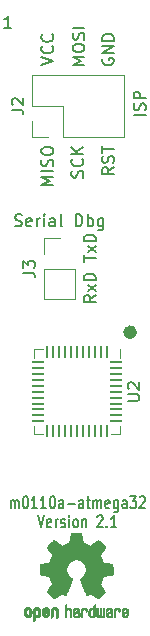
<source format=gbr>
%TF.GenerationSoftware,KiCad,Pcbnew,7.0.7*%
%TF.CreationDate,2024-02-09T17:04:24-05:00*%
%TF.ProjectId,m0110a_atmega32_pcb,6d303131-3061-45f6-9174-6d6567613332,rev?*%
%TF.SameCoordinates,Original*%
%TF.FileFunction,Legend,Top*%
%TF.FilePolarity,Positive*%
%FSLAX46Y46*%
G04 Gerber Fmt 4.6, Leading zero omitted, Abs format (unit mm)*
G04 Created by KiCad (PCBNEW 7.0.7) date 2024-02-09 17:04:24*
%MOMM*%
%LPD*%
G01*
G04 APERTURE LIST*
G04 Aperture macros list*
%AMRoundRect*
0 Rectangle with rounded corners*
0 $1 Rounding radius*
0 $2 $3 $4 $5 $6 $7 $8 $9 X,Y pos of 4 corners*
0 Add a 4 corners polygon primitive as box body*
4,1,4,$2,$3,$4,$5,$6,$7,$8,$9,$2,$3,0*
0 Add four circle primitives for the rounded corners*
1,1,$1+$1,$2,$3*
1,1,$1+$1,$4,$5*
1,1,$1+$1,$6,$7*
1,1,$1+$1,$8,$9*
0 Add four rect primitives between the rounded corners*
20,1,$1+$1,$2,$3,$4,$5,0*
20,1,$1+$1,$4,$5,$6,$7,0*
20,1,$1+$1,$6,$7,$8,$9,0*
20,1,$1+$1,$8,$9,$2,$3,0*%
G04 Aperture macros list end*
%ADD10C,0.575000*%
%ADD11C,0.150000*%
%ADD12C,0.152400*%
%ADD13C,0.010000*%
%ADD14C,0.120000*%
%ADD15R,1.700000X1.700000*%
%ADD16O,1.700000X1.700000*%
%ADD17R,1.600000X1.600000*%
%ADD18O,1.600000X1.600000*%
%ADD19RoundRect,0.062500X-0.062500X0.475000X-0.062500X-0.475000X0.062500X-0.475000X0.062500X0.475000X0*%
%ADD20RoundRect,0.062500X-0.475000X0.062500X-0.475000X-0.062500X0.475000X-0.062500X0.475000X0.062500X0*%
%ADD21R,5.200000X5.200000*%
G04 APERTURE END LIST*
D10*
X155862500Y-92710000D02*
G75*
G03*
X155862500Y-92710000I-287500J0D01*
G01*
D11*
X156892619Y-74339220D02*
X155892619Y-74339220D01*
X156845000Y-73910649D02*
X156892619Y-73767792D01*
X156892619Y-73767792D02*
X156892619Y-73529697D01*
X156892619Y-73529697D02*
X156845000Y-73434459D01*
X156845000Y-73434459D02*
X156797380Y-73386840D01*
X156797380Y-73386840D02*
X156702142Y-73339221D01*
X156702142Y-73339221D02*
X156606904Y-73339221D01*
X156606904Y-73339221D02*
X156511666Y-73386840D01*
X156511666Y-73386840D02*
X156464047Y-73434459D01*
X156464047Y-73434459D02*
X156416428Y-73529697D01*
X156416428Y-73529697D02*
X156368809Y-73720173D01*
X156368809Y-73720173D02*
X156321190Y-73815411D01*
X156321190Y-73815411D02*
X156273571Y-73863030D01*
X156273571Y-73863030D02*
X156178333Y-73910649D01*
X156178333Y-73910649D02*
X156083095Y-73910649D01*
X156083095Y-73910649D02*
X155987857Y-73863030D01*
X155987857Y-73863030D02*
X155940238Y-73815411D01*
X155940238Y-73815411D02*
X155892619Y-73720173D01*
X155892619Y-73720173D02*
X155892619Y-73482078D01*
X155892619Y-73482078D02*
X155940238Y-73339221D01*
X156892619Y-72910649D02*
X155892619Y-72910649D01*
X155892619Y-72910649D02*
X155892619Y-72529697D01*
X155892619Y-72529697D02*
X155940238Y-72434459D01*
X155940238Y-72434459D02*
X155987857Y-72386840D01*
X155987857Y-72386840D02*
X156083095Y-72339221D01*
X156083095Y-72339221D02*
X156225952Y-72339221D01*
X156225952Y-72339221D02*
X156321190Y-72386840D01*
X156321190Y-72386840D02*
X156368809Y-72434459D01*
X156368809Y-72434459D02*
X156416428Y-72529697D01*
X156416428Y-72529697D02*
X156416428Y-72910649D01*
X148069419Y-70062477D02*
X149069419Y-69729144D01*
X149069419Y-69729144D02*
X148069419Y-69395811D01*
X148974180Y-68491049D02*
X149021800Y-68538668D01*
X149021800Y-68538668D02*
X149069419Y-68681525D01*
X149069419Y-68681525D02*
X149069419Y-68776763D01*
X149069419Y-68776763D02*
X149021800Y-68919620D01*
X149021800Y-68919620D02*
X148926561Y-69014858D01*
X148926561Y-69014858D02*
X148831323Y-69062477D01*
X148831323Y-69062477D02*
X148640847Y-69110096D01*
X148640847Y-69110096D02*
X148497990Y-69110096D01*
X148497990Y-69110096D02*
X148307514Y-69062477D01*
X148307514Y-69062477D02*
X148212276Y-69014858D01*
X148212276Y-69014858D02*
X148117038Y-68919620D01*
X148117038Y-68919620D02*
X148069419Y-68776763D01*
X148069419Y-68776763D02*
X148069419Y-68681525D01*
X148069419Y-68681525D02*
X148117038Y-68538668D01*
X148117038Y-68538668D02*
X148164657Y-68491049D01*
X148974180Y-67491049D02*
X149021800Y-67538668D01*
X149021800Y-67538668D02*
X149069419Y-67681525D01*
X149069419Y-67681525D02*
X149069419Y-67776763D01*
X149069419Y-67776763D02*
X149021800Y-67919620D01*
X149021800Y-67919620D02*
X148926561Y-68014858D01*
X148926561Y-68014858D02*
X148831323Y-68062477D01*
X148831323Y-68062477D02*
X148640847Y-68110096D01*
X148640847Y-68110096D02*
X148497990Y-68110096D01*
X148497990Y-68110096D02*
X148307514Y-68062477D01*
X148307514Y-68062477D02*
X148212276Y-68014858D01*
X148212276Y-68014858D02*
X148117038Y-67919620D01*
X148117038Y-67919620D02*
X148069419Y-67776763D01*
X148069419Y-67776763D02*
X148069419Y-67681525D01*
X148069419Y-67681525D02*
X148117038Y-67538668D01*
X148117038Y-67538668D02*
X148164657Y-67491049D01*
X145513588Y-66925819D02*
X144942160Y-66925819D01*
X145227874Y-66925819D02*
X145227874Y-65925819D01*
X145227874Y-65925819D02*
X145132636Y-66068676D01*
X145132636Y-66068676D02*
X145037398Y-66163914D01*
X145037398Y-66163914D02*
X144942160Y-66211533D01*
X152650819Y-89566592D02*
X152174628Y-89899925D01*
X152650819Y-90138020D02*
X151650819Y-90138020D01*
X151650819Y-90138020D02*
X151650819Y-89757068D01*
X151650819Y-89757068D02*
X151698438Y-89661830D01*
X151698438Y-89661830D02*
X151746057Y-89614211D01*
X151746057Y-89614211D02*
X151841295Y-89566592D01*
X151841295Y-89566592D02*
X151984152Y-89566592D01*
X151984152Y-89566592D02*
X152079390Y-89614211D01*
X152079390Y-89614211D02*
X152127009Y-89661830D01*
X152127009Y-89661830D02*
X152174628Y-89757068D01*
X152174628Y-89757068D02*
X152174628Y-90138020D01*
X152650819Y-89233258D02*
X151984152Y-88709449D01*
X151984152Y-89233258D02*
X152650819Y-88709449D01*
X152650819Y-88328496D02*
X151650819Y-88328496D01*
X151650819Y-88328496D02*
X151650819Y-88090401D01*
X151650819Y-88090401D02*
X151698438Y-87947544D01*
X151698438Y-87947544D02*
X151793676Y-87852306D01*
X151793676Y-87852306D02*
X151888914Y-87804687D01*
X151888914Y-87804687D02*
X152079390Y-87757068D01*
X152079390Y-87757068D02*
X152222247Y-87757068D01*
X152222247Y-87757068D02*
X152412723Y-87804687D01*
X152412723Y-87804687D02*
X152507961Y-87852306D01*
X152507961Y-87852306D02*
X152603200Y-87947544D01*
X152603200Y-87947544D02*
X152650819Y-88090401D01*
X152650819Y-88090401D02*
X152650819Y-88328496D01*
X145831160Y-83693000D02*
X145974017Y-83740619D01*
X145974017Y-83740619D02*
X146212112Y-83740619D01*
X146212112Y-83740619D02*
X146307350Y-83693000D01*
X146307350Y-83693000D02*
X146354969Y-83645380D01*
X146354969Y-83645380D02*
X146402588Y-83550142D01*
X146402588Y-83550142D02*
X146402588Y-83454904D01*
X146402588Y-83454904D02*
X146354969Y-83359666D01*
X146354969Y-83359666D02*
X146307350Y-83312047D01*
X146307350Y-83312047D02*
X146212112Y-83264428D01*
X146212112Y-83264428D02*
X146021636Y-83216809D01*
X146021636Y-83216809D02*
X145926398Y-83169190D01*
X145926398Y-83169190D02*
X145878779Y-83121571D01*
X145878779Y-83121571D02*
X145831160Y-83026333D01*
X145831160Y-83026333D02*
X145831160Y-82931095D01*
X145831160Y-82931095D02*
X145878779Y-82835857D01*
X145878779Y-82835857D02*
X145926398Y-82788238D01*
X145926398Y-82788238D02*
X146021636Y-82740619D01*
X146021636Y-82740619D02*
X146259731Y-82740619D01*
X146259731Y-82740619D02*
X146402588Y-82788238D01*
X147212112Y-83693000D02*
X147116874Y-83740619D01*
X147116874Y-83740619D02*
X146926398Y-83740619D01*
X146926398Y-83740619D02*
X146831160Y-83693000D01*
X146831160Y-83693000D02*
X146783541Y-83597761D01*
X146783541Y-83597761D02*
X146783541Y-83216809D01*
X146783541Y-83216809D02*
X146831160Y-83121571D01*
X146831160Y-83121571D02*
X146926398Y-83073952D01*
X146926398Y-83073952D02*
X147116874Y-83073952D01*
X147116874Y-83073952D02*
X147212112Y-83121571D01*
X147212112Y-83121571D02*
X147259731Y-83216809D01*
X147259731Y-83216809D02*
X147259731Y-83312047D01*
X147259731Y-83312047D02*
X146783541Y-83407285D01*
X147688303Y-83740619D02*
X147688303Y-83073952D01*
X147688303Y-83264428D02*
X147735922Y-83169190D01*
X147735922Y-83169190D02*
X147783541Y-83121571D01*
X147783541Y-83121571D02*
X147878779Y-83073952D01*
X147878779Y-83073952D02*
X147974017Y-83073952D01*
X148307351Y-83740619D02*
X148307351Y-83073952D01*
X148307351Y-82740619D02*
X148259732Y-82788238D01*
X148259732Y-82788238D02*
X148307351Y-82835857D01*
X148307351Y-82835857D02*
X148354970Y-82788238D01*
X148354970Y-82788238D02*
X148307351Y-82740619D01*
X148307351Y-82740619D02*
X148307351Y-82835857D01*
X149212112Y-83740619D02*
X149212112Y-83216809D01*
X149212112Y-83216809D02*
X149164493Y-83121571D01*
X149164493Y-83121571D02*
X149069255Y-83073952D01*
X149069255Y-83073952D02*
X148878779Y-83073952D01*
X148878779Y-83073952D02*
X148783541Y-83121571D01*
X149212112Y-83693000D02*
X149116874Y-83740619D01*
X149116874Y-83740619D02*
X148878779Y-83740619D01*
X148878779Y-83740619D02*
X148783541Y-83693000D01*
X148783541Y-83693000D02*
X148735922Y-83597761D01*
X148735922Y-83597761D02*
X148735922Y-83502523D01*
X148735922Y-83502523D02*
X148783541Y-83407285D01*
X148783541Y-83407285D02*
X148878779Y-83359666D01*
X148878779Y-83359666D02*
X149116874Y-83359666D01*
X149116874Y-83359666D02*
X149212112Y-83312047D01*
X149831160Y-83740619D02*
X149735922Y-83693000D01*
X149735922Y-83693000D02*
X149688303Y-83597761D01*
X149688303Y-83597761D02*
X149688303Y-82740619D01*
X150974018Y-83740619D02*
X150974018Y-82740619D01*
X150974018Y-82740619D02*
X151212113Y-82740619D01*
X151212113Y-82740619D02*
X151354970Y-82788238D01*
X151354970Y-82788238D02*
X151450208Y-82883476D01*
X151450208Y-82883476D02*
X151497827Y-82978714D01*
X151497827Y-82978714D02*
X151545446Y-83169190D01*
X151545446Y-83169190D02*
X151545446Y-83312047D01*
X151545446Y-83312047D02*
X151497827Y-83502523D01*
X151497827Y-83502523D02*
X151450208Y-83597761D01*
X151450208Y-83597761D02*
X151354970Y-83693000D01*
X151354970Y-83693000D02*
X151212113Y-83740619D01*
X151212113Y-83740619D02*
X150974018Y-83740619D01*
X151974018Y-83740619D02*
X151974018Y-82740619D01*
X151974018Y-83121571D02*
X152069256Y-83073952D01*
X152069256Y-83073952D02*
X152259732Y-83073952D01*
X152259732Y-83073952D02*
X152354970Y-83121571D01*
X152354970Y-83121571D02*
X152402589Y-83169190D01*
X152402589Y-83169190D02*
X152450208Y-83264428D01*
X152450208Y-83264428D02*
X152450208Y-83550142D01*
X152450208Y-83550142D02*
X152402589Y-83645380D01*
X152402589Y-83645380D02*
X152354970Y-83693000D01*
X152354970Y-83693000D02*
X152259732Y-83740619D01*
X152259732Y-83740619D02*
X152069256Y-83740619D01*
X152069256Y-83740619D02*
X151974018Y-83693000D01*
X153307351Y-83073952D02*
X153307351Y-83883476D01*
X153307351Y-83883476D02*
X153259732Y-83978714D01*
X153259732Y-83978714D02*
X153212113Y-84026333D01*
X153212113Y-84026333D02*
X153116875Y-84073952D01*
X153116875Y-84073952D02*
X152974018Y-84073952D01*
X152974018Y-84073952D02*
X152878780Y-84026333D01*
X153307351Y-83693000D02*
X153212113Y-83740619D01*
X153212113Y-83740619D02*
X153021637Y-83740619D01*
X153021637Y-83740619D02*
X152926399Y-83693000D01*
X152926399Y-83693000D02*
X152878780Y-83645380D01*
X152878780Y-83645380D02*
X152831161Y-83550142D01*
X152831161Y-83550142D02*
X152831161Y-83264428D01*
X152831161Y-83264428D02*
X152878780Y-83169190D01*
X152878780Y-83169190D02*
X152926399Y-83121571D01*
X152926399Y-83121571D02*
X153021637Y-83073952D01*
X153021637Y-83073952D02*
X153212113Y-83073952D01*
X153212113Y-83073952D02*
X153307351Y-83121571D01*
X149069419Y-80232020D02*
X148069419Y-80232020D01*
X148069419Y-80232020D02*
X148783704Y-79898687D01*
X148783704Y-79898687D02*
X148069419Y-79565354D01*
X148069419Y-79565354D02*
X149069419Y-79565354D01*
X149069419Y-79089163D02*
X148069419Y-79089163D01*
X149021800Y-78660592D02*
X149069419Y-78517735D01*
X149069419Y-78517735D02*
X149069419Y-78279640D01*
X149069419Y-78279640D02*
X149021800Y-78184402D01*
X149021800Y-78184402D02*
X148974180Y-78136783D01*
X148974180Y-78136783D02*
X148878942Y-78089164D01*
X148878942Y-78089164D02*
X148783704Y-78089164D01*
X148783704Y-78089164D02*
X148688466Y-78136783D01*
X148688466Y-78136783D02*
X148640847Y-78184402D01*
X148640847Y-78184402D02*
X148593228Y-78279640D01*
X148593228Y-78279640D02*
X148545609Y-78470116D01*
X148545609Y-78470116D02*
X148497990Y-78565354D01*
X148497990Y-78565354D02*
X148450371Y-78612973D01*
X148450371Y-78612973D02*
X148355133Y-78660592D01*
X148355133Y-78660592D02*
X148259895Y-78660592D01*
X148259895Y-78660592D02*
X148164657Y-78612973D01*
X148164657Y-78612973D02*
X148117038Y-78565354D01*
X148117038Y-78565354D02*
X148069419Y-78470116D01*
X148069419Y-78470116D02*
X148069419Y-78232021D01*
X148069419Y-78232021D02*
X148117038Y-78089164D01*
X148069419Y-77470116D02*
X148069419Y-77279640D01*
X148069419Y-77279640D02*
X148117038Y-77184402D01*
X148117038Y-77184402D02*
X148212276Y-77089164D01*
X148212276Y-77089164D02*
X148402752Y-77041545D01*
X148402752Y-77041545D02*
X148736085Y-77041545D01*
X148736085Y-77041545D02*
X148926561Y-77089164D01*
X148926561Y-77089164D02*
X149021800Y-77184402D01*
X149021800Y-77184402D02*
X149069419Y-77279640D01*
X149069419Y-77279640D02*
X149069419Y-77470116D01*
X149069419Y-77470116D02*
X149021800Y-77565354D01*
X149021800Y-77565354D02*
X148926561Y-77660592D01*
X148926561Y-77660592D02*
X148736085Y-77708211D01*
X148736085Y-77708211D02*
X148402752Y-77708211D01*
X148402752Y-77708211D02*
X148212276Y-77660592D01*
X148212276Y-77660592D02*
X148117038Y-77565354D01*
X148117038Y-77565354D02*
X148069419Y-77470116D01*
D12*
X145453808Y-107606694D02*
X145453808Y-106940027D01*
X145453808Y-107035265D02*
X145491903Y-106987646D01*
X145491903Y-106987646D02*
X145568093Y-106940027D01*
X145568093Y-106940027D02*
X145682379Y-106940027D01*
X145682379Y-106940027D02*
X145758570Y-106987646D01*
X145758570Y-106987646D02*
X145796665Y-107082884D01*
X145796665Y-107082884D02*
X145796665Y-107606694D01*
X145796665Y-107082884D02*
X145834760Y-106987646D01*
X145834760Y-106987646D02*
X145910951Y-106940027D01*
X145910951Y-106940027D02*
X146025236Y-106940027D01*
X146025236Y-106940027D02*
X146101427Y-106987646D01*
X146101427Y-106987646D02*
X146139522Y-107082884D01*
X146139522Y-107082884D02*
X146139522Y-107606694D01*
X146672856Y-106606694D02*
X146749046Y-106606694D01*
X146749046Y-106606694D02*
X146825237Y-106654313D01*
X146825237Y-106654313D02*
X146863332Y-106701932D01*
X146863332Y-106701932D02*
X146901427Y-106797170D01*
X146901427Y-106797170D02*
X146939522Y-106987646D01*
X146939522Y-106987646D02*
X146939522Y-107225741D01*
X146939522Y-107225741D02*
X146901427Y-107416217D01*
X146901427Y-107416217D02*
X146863332Y-107511455D01*
X146863332Y-107511455D02*
X146825237Y-107559075D01*
X146825237Y-107559075D02*
X146749046Y-107606694D01*
X146749046Y-107606694D02*
X146672856Y-107606694D01*
X146672856Y-107606694D02*
X146596665Y-107559075D01*
X146596665Y-107559075D02*
X146558570Y-107511455D01*
X146558570Y-107511455D02*
X146520475Y-107416217D01*
X146520475Y-107416217D02*
X146482379Y-107225741D01*
X146482379Y-107225741D02*
X146482379Y-106987646D01*
X146482379Y-106987646D02*
X146520475Y-106797170D01*
X146520475Y-106797170D02*
X146558570Y-106701932D01*
X146558570Y-106701932D02*
X146596665Y-106654313D01*
X146596665Y-106654313D02*
X146672856Y-106606694D01*
X147701427Y-107606694D02*
X147244284Y-107606694D01*
X147472856Y-107606694D02*
X147472856Y-106606694D01*
X147472856Y-106606694D02*
X147396665Y-106749551D01*
X147396665Y-106749551D02*
X147320475Y-106844789D01*
X147320475Y-106844789D02*
X147244284Y-106892408D01*
X148463332Y-107606694D02*
X148006189Y-107606694D01*
X148234761Y-107606694D02*
X148234761Y-106606694D01*
X148234761Y-106606694D02*
X148158570Y-106749551D01*
X148158570Y-106749551D02*
X148082380Y-106844789D01*
X148082380Y-106844789D02*
X148006189Y-106892408D01*
X148958571Y-106606694D02*
X149034761Y-106606694D01*
X149034761Y-106606694D02*
X149110952Y-106654313D01*
X149110952Y-106654313D02*
X149149047Y-106701932D01*
X149149047Y-106701932D02*
X149187142Y-106797170D01*
X149187142Y-106797170D02*
X149225237Y-106987646D01*
X149225237Y-106987646D02*
X149225237Y-107225741D01*
X149225237Y-107225741D02*
X149187142Y-107416217D01*
X149187142Y-107416217D02*
X149149047Y-107511455D01*
X149149047Y-107511455D02*
X149110952Y-107559075D01*
X149110952Y-107559075D02*
X149034761Y-107606694D01*
X149034761Y-107606694D02*
X148958571Y-107606694D01*
X148958571Y-107606694D02*
X148882380Y-107559075D01*
X148882380Y-107559075D02*
X148844285Y-107511455D01*
X148844285Y-107511455D02*
X148806190Y-107416217D01*
X148806190Y-107416217D02*
X148768094Y-107225741D01*
X148768094Y-107225741D02*
X148768094Y-106987646D01*
X148768094Y-106987646D02*
X148806190Y-106797170D01*
X148806190Y-106797170D02*
X148844285Y-106701932D01*
X148844285Y-106701932D02*
X148882380Y-106654313D01*
X148882380Y-106654313D02*
X148958571Y-106606694D01*
X149910952Y-107606694D02*
X149910952Y-107082884D01*
X149910952Y-107082884D02*
X149872857Y-106987646D01*
X149872857Y-106987646D02*
X149796666Y-106940027D01*
X149796666Y-106940027D02*
X149644285Y-106940027D01*
X149644285Y-106940027D02*
X149568095Y-106987646D01*
X149910952Y-107559075D02*
X149834761Y-107606694D01*
X149834761Y-107606694D02*
X149644285Y-107606694D01*
X149644285Y-107606694D02*
X149568095Y-107559075D01*
X149568095Y-107559075D02*
X149529999Y-107463836D01*
X149529999Y-107463836D02*
X149529999Y-107368598D01*
X149529999Y-107368598D02*
X149568095Y-107273360D01*
X149568095Y-107273360D02*
X149644285Y-107225741D01*
X149644285Y-107225741D02*
X149834761Y-107225741D01*
X149834761Y-107225741D02*
X149910952Y-107178122D01*
X150291905Y-107225741D02*
X150901429Y-107225741D01*
X151625238Y-107606694D02*
X151625238Y-107082884D01*
X151625238Y-107082884D02*
X151587143Y-106987646D01*
X151587143Y-106987646D02*
X151510952Y-106940027D01*
X151510952Y-106940027D02*
X151358571Y-106940027D01*
X151358571Y-106940027D02*
X151282381Y-106987646D01*
X151625238Y-107559075D02*
X151549047Y-107606694D01*
X151549047Y-107606694D02*
X151358571Y-107606694D01*
X151358571Y-107606694D02*
X151282381Y-107559075D01*
X151282381Y-107559075D02*
X151244285Y-107463836D01*
X151244285Y-107463836D02*
X151244285Y-107368598D01*
X151244285Y-107368598D02*
X151282381Y-107273360D01*
X151282381Y-107273360D02*
X151358571Y-107225741D01*
X151358571Y-107225741D02*
X151549047Y-107225741D01*
X151549047Y-107225741D02*
X151625238Y-107178122D01*
X151891905Y-106940027D02*
X152196667Y-106940027D01*
X152006191Y-106606694D02*
X152006191Y-107463836D01*
X152006191Y-107463836D02*
X152044286Y-107559075D01*
X152044286Y-107559075D02*
X152120476Y-107606694D01*
X152120476Y-107606694D02*
X152196667Y-107606694D01*
X152463334Y-107606694D02*
X152463334Y-106940027D01*
X152463334Y-107035265D02*
X152501429Y-106987646D01*
X152501429Y-106987646D02*
X152577619Y-106940027D01*
X152577619Y-106940027D02*
X152691905Y-106940027D01*
X152691905Y-106940027D02*
X152768096Y-106987646D01*
X152768096Y-106987646D02*
X152806191Y-107082884D01*
X152806191Y-107082884D02*
X152806191Y-107606694D01*
X152806191Y-107082884D02*
X152844286Y-106987646D01*
X152844286Y-106987646D02*
X152920477Y-106940027D01*
X152920477Y-106940027D02*
X153034762Y-106940027D01*
X153034762Y-106940027D02*
X153110953Y-106987646D01*
X153110953Y-106987646D02*
X153149048Y-107082884D01*
X153149048Y-107082884D02*
X153149048Y-107606694D01*
X153834763Y-107559075D02*
X153758572Y-107606694D01*
X153758572Y-107606694D02*
X153606191Y-107606694D01*
X153606191Y-107606694D02*
X153530001Y-107559075D01*
X153530001Y-107559075D02*
X153491905Y-107463836D01*
X153491905Y-107463836D02*
X153491905Y-107082884D01*
X153491905Y-107082884D02*
X153530001Y-106987646D01*
X153530001Y-106987646D02*
X153606191Y-106940027D01*
X153606191Y-106940027D02*
X153758572Y-106940027D01*
X153758572Y-106940027D02*
X153834763Y-106987646D01*
X153834763Y-106987646D02*
X153872858Y-107082884D01*
X153872858Y-107082884D02*
X153872858Y-107178122D01*
X153872858Y-107178122D02*
X153491905Y-107273360D01*
X154558572Y-106940027D02*
X154558572Y-107749551D01*
X154558572Y-107749551D02*
X154520477Y-107844789D01*
X154520477Y-107844789D02*
X154482381Y-107892408D01*
X154482381Y-107892408D02*
X154406191Y-107940027D01*
X154406191Y-107940027D02*
X154291905Y-107940027D01*
X154291905Y-107940027D02*
X154215715Y-107892408D01*
X154558572Y-107559075D02*
X154482381Y-107606694D01*
X154482381Y-107606694D02*
X154330000Y-107606694D01*
X154330000Y-107606694D02*
X154253810Y-107559075D01*
X154253810Y-107559075D02*
X154215715Y-107511455D01*
X154215715Y-107511455D02*
X154177619Y-107416217D01*
X154177619Y-107416217D02*
X154177619Y-107130503D01*
X154177619Y-107130503D02*
X154215715Y-107035265D01*
X154215715Y-107035265D02*
X154253810Y-106987646D01*
X154253810Y-106987646D02*
X154330000Y-106940027D01*
X154330000Y-106940027D02*
X154482381Y-106940027D01*
X154482381Y-106940027D02*
X154558572Y-106987646D01*
X155282382Y-107606694D02*
X155282382Y-107082884D01*
X155282382Y-107082884D02*
X155244287Y-106987646D01*
X155244287Y-106987646D02*
X155168096Y-106940027D01*
X155168096Y-106940027D02*
X155015715Y-106940027D01*
X155015715Y-106940027D02*
X154939525Y-106987646D01*
X155282382Y-107559075D02*
X155206191Y-107606694D01*
X155206191Y-107606694D02*
X155015715Y-107606694D01*
X155015715Y-107606694D02*
X154939525Y-107559075D01*
X154939525Y-107559075D02*
X154901429Y-107463836D01*
X154901429Y-107463836D02*
X154901429Y-107368598D01*
X154901429Y-107368598D02*
X154939525Y-107273360D01*
X154939525Y-107273360D02*
X155015715Y-107225741D01*
X155015715Y-107225741D02*
X155206191Y-107225741D01*
X155206191Y-107225741D02*
X155282382Y-107178122D01*
X155587144Y-106606694D02*
X156082382Y-106606694D01*
X156082382Y-106606694D02*
X155815716Y-106987646D01*
X155815716Y-106987646D02*
X155930001Y-106987646D01*
X155930001Y-106987646D02*
X156006192Y-107035265D01*
X156006192Y-107035265D02*
X156044287Y-107082884D01*
X156044287Y-107082884D02*
X156082382Y-107178122D01*
X156082382Y-107178122D02*
X156082382Y-107416217D01*
X156082382Y-107416217D02*
X156044287Y-107511455D01*
X156044287Y-107511455D02*
X156006192Y-107559075D01*
X156006192Y-107559075D02*
X155930001Y-107606694D01*
X155930001Y-107606694D02*
X155701430Y-107606694D01*
X155701430Y-107606694D02*
X155625239Y-107559075D01*
X155625239Y-107559075D02*
X155587144Y-107511455D01*
X156387144Y-106701932D02*
X156425240Y-106654313D01*
X156425240Y-106654313D02*
X156501430Y-106606694D01*
X156501430Y-106606694D02*
X156691906Y-106606694D01*
X156691906Y-106606694D02*
X156768097Y-106654313D01*
X156768097Y-106654313D02*
X156806192Y-106701932D01*
X156806192Y-106701932D02*
X156844287Y-106797170D01*
X156844287Y-106797170D02*
X156844287Y-106892408D01*
X156844287Y-106892408D02*
X156806192Y-107035265D01*
X156806192Y-107035265D02*
X156349049Y-107606694D01*
X156349049Y-107606694D02*
X156844287Y-107606694D01*
X147777619Y-108216694D02*
X148044286Y-109216694D01*
X148044286Y-109216694D02*
X148310952Y-108216694D01*
X148882381Y-109169075D02*
X148806190Y-109216694D01*
X148806190Y-109216694D02*
X148653809Y-109216694D01*
X148653809Y-109216694D02*
X148577619Y-109169075D01*
X148577619Y-109169075D02*
X148539523Y-109073836D01*
X148539523Y-109073836D02*
X148539523Y-108692884D01*
X148539523Y-108692884D02*
X148577619Y-108597646D01*
X148577619Y-108597646D02*
X148653809Y-108550027D01*
X148653809Y-108550027D02*
X148806190Y-108550027D01*
X148806190Y-108550027D02*
X148882381Y-108597646D01*
X148882381Y-108597646D02*
X148920476Y-108692884D01*
X148920476Y-108692884D02*
X148920476Y-108788122D01*
X148920476Y-108788122D02*
X148539523Y-108883360D01*
X149263333Y-109216694D02*
X149263333Y-108550027D01*
X149263333Y-108740503D02*
X149301428Y-108645265D01*
X149301428Y-108645265D02*
X149339523Y-108597646D01*
X149339523Y-108597646D02*
X149415714Y-108550027D01*
X149415714Y-108550027D02*
X149491904Y-108550027D01*
X149720475Y-109169075D02*
X149796666Y-109216694D01*
X149796666Y-109216694D02*
X149949047Y-109216694D01*
X149949047Y-109216694D02*
X150025237Y-109169075D01*
X150025237Y-109169075D02*
X150063333Y-109073836D01*
X150063333Y-109073836D02*
X150063333Y-109026217D01*
X150063333Y-109026217D02*
X150025237Y-108930979D01*
X150025237Y-108930979D02*
X149949047Y-108883360D01*
X149949047Y-108883360D02*
X149834761Y-108883360D01*
X149834761Y-108883360D02*
X149758571Y-108835741D01*
X149758571Y-108835741D02*
X149720475Y-108740503D01*
X149720475Y-108740503D02*
X149720475Y-108692884D01*
X149720475Y-108692884D02*
X149758571Y-108597646D01*
X149758571Y-108597646D02*
X149834761Y-108550027D01*
X149834761Y-108550027D02*
X149949047Y-108550027D01*
X149949047Y-108550027D02*
X150025237Y-108597646D01*
X150406190Y-109216694D02*
X150406190Y-108550027D01*
X150406190Y-108216694D02*
X150368094Y-108264313D01*
X150368094Y-108264313D02*
X150406190Y-108311932D01*
X150406190Y-108311932D02*
X150444285Y-108264313D01*
X150444285Y-108264313D02*
X150406190Y-108216694D01*
X150406190Y-108216694D02*
X150406190Y-108311932D01*
X150901427Y-109216694D02*
X150825237Y-109169075D01*
X150825237Y-109169075D02*
X150787142Y-109121455D01*
X150787142Y-109121455D02*
X150749046Y-109026217D01*
X150749046Y-109026217D02*
X150749046Y-108740503D01*
X150749046Y-108740503D02*
X150787142Y-108645265D01*
X150787142Y-108645265D02*
X150825237Y-108597646D01*
X150825237Y-108597646D02*
X150901427Y-108550027D01*
X150901427Y-108550027D02*
X151015713Y-108550027D01*
X151015713Y-108550027D02*
X151091904Y-108597646D01*
X151091904Y-108597646D02*
X151129999Y-108645265D01*
X151129999Y-108645265D02*
X151168094Y-108740503D01*
X151168094Y-108740503D02*
X151168094Y-109026217D01*
X151168094Y-109026217D02*
X151129999Y-109121455D01*
X151129999Y-109121455D02*
X151091904Y-109169075D01*
X151091904Y-109169075D02*
X151015713Y-109216694D01*
X151015713Y-109216694D02*
X150901427Y-109216694D01*
X151510952Y-108550027D02*
X151510952Y-109216694D01*
X151510952Y-108645265D02*
X151549047Y-108597646D01*
X151549047Y-108597646D02*
X151625237Y-108550027D01*
X151625237Y-108550027D02*
X151739523Y-108550027D01*
X151739523Y-108550027D02*
X151815714Y-108597646D01*
X151815714Y-108597646D02*
X151853809Y-108692884D01*
X151853809Y-108692884D02*
X151853809Y-109216694D01*
X152806190Y-108311932D02*
X152844286Y-108264313D01*
X152844286Y-108264313D02*
X152920476Y-108216694D01*
X152920476Y-108216694D02*
X153110952Y-108216694D01*
X153110952Y-108216694D02*
X153187143Y-108264313D01*
X153187143Y-108264313D02*
X153225238Y-108311932D01*
X153225238Y-108311932D02*
X153263333Y-108407170D01*
X153263333Y-108407170D02*
X153263333Y-108502408D01*
X153263333Y-108502408D02*
X153225238Y-108645265D01*
X153225238Y-108645265D02*
X152768095Y-109216694D01*
X152768095Y-109216694D02*
X153263333Y-109216694D01*
X153606191Y-109121455D02*
X153644286Y-109169075D01*
X153644286Y-109169075D02*
X153606191Y-109216694D01*
X153606191Y-109216694D02*
X153568095Y-109169075D01*
X153568095Y-109169075D02*
X153606191Y-109121455D01*
X153606191Y-109121455D02*
X153606191Y-109216694D01*
X154406190Y-109216694D02*
X153949047Y-109216694D01*
X154177619Y-109216694D02*
X154177619Y-108216694D01*
X154177619Y-108216694D02*
X154101428Y-108359551D01*
X154101428Y-108359551D02*
X154025238Y-108454789D01*
X154025238Y-108454789D02*
X153949047Y-108502408D01*
D11*
X151561800Y-79619239D02*
X151609419Y-79476382D01*
X151609419Y-79476382D02*
X151609419Y-79238287D01*
X151609419Y-79238287D02*
X151561800Y-79143049D01*
X151561800Y-79143049D02*
X151514180Y-79095430D01*
X151514180Y-79095430D02*
X151418942Y-79047811D01*
X151418942Y-79047811D02*
X151323704Y-79047811D01*
X151323704Y-79047811D02*
X151228466Y-79095430D01*
X151228466Y-79095430D02*
X151180847Y-79143049D01*
X151180847Y-79143049D02*
X151133228Y-79238287D01*
X151133228Y-79238287D02*
X151085609Y-79428763D01*
X151085609Y-79428763D02*
X151037990Y-79524001D01*
X151037990Y-79524001D02*
X150990371Y-79571620D01*
X150990371Y-79571620D02*
X150895133Y-79619239D01*
X150895133Y-79619239D02*
X150799895Y-79619239D01*
X150799895Y-79619239D02*
X150704657Y-79571620D01*
X150704657Y-79571620D02*
X150657038Y-79524001D01*
X150657038Y-79524001D02*
X150609419Y-79428763D01*
X150609419Y-79428763D02*
X150609419Y-79190668D01*
X150609419Y-79190668D02*
X150657038Y-79047811D01*
X151514180Y-78047811D02*
X151561800Y-78095430D01*
X151561800Y-78095430D02*
X151609419Y-78238287D01*
X151609419Y-78238287D02*
X151609419Y-78333525D01*
X151609419Y-78333525D02*
X151561800Y-78476382D01*
X151561800Y-78476382D02*
X151466561Y-78571620D01*
X151466561Y-78571620D02*
X151371323Y-78619239D01*
X151371323Y-78619239D02*
X151180847Y-78666858D01*
X151180847Y-78666858D02*
X151037990Y-78666858D01*
X151037990Y-78666858D02*
X150847514Y-78619239D01*
X150847514Y-78619239D02*
X150752276Y-78571620D01*
X150752276Y-78571620D02*
X150657038Y-78476382D01*
X150657038Y-78476382D02*
X150609419Y-78333525D01*
X150609419Y-78333525D02*
X150609419Y-78238287D01*
X150609419Y-78238287D02*
X150657038Y-78095430D01*
X150657038Y-78095430D02*
X150704657Y-78047811D01*
X151609419Y-77619239D02*
X150609419Y-77619239D01*
X151609419Y-77047811D02*
X151037990Y-77476382D01*
X150609419Y-77047811D02*
X151180847Y-77619239D01*
X154200219Y-78746192D02*
X153724028Y-79079525D01*
X154200219Y-79317620D02*
X153200219Y-79317620D01*
X153200219Y-79317620D02*
X153200219Y-78936668D01*
X153200219Y-78936668D02*
X153247838Y-78841430D01*
X153247838Y-78841430D02*
X153295457Y-78793811D01*
X153295457Y-78793811D02*
X153390695Y-78746192D01*
X153390695Y-78746192D02*
X153533552Y-78746192D01*
X153533552Y-78746192D02*
X153628790Y-78793811D01*
X153628790Y-78793811D02*
X153676409Y-78841430D01*
X153676409Y-78841430D02*
X153724028Y-78936668D01*
X153724028Y-78936668D02*
X153724028Y-79317620D01*
X154152600Y-78365239D02*
X154200219Y-78222382D01*
X154200219Y-78222382D02*
X154200219Y-77984287D01*
X154200219Y-77984287D02*
X154152600Y-77889049D01*
X154152600Y-77889049D02*
X154104980Y-77841430D01*
X154104980Y-77841430D02*
X154009742Y-77793811D01*
X154009742Y-77793811D02*
X153914504Y-77793811D01*
X153914504Y-77793811D02*
X153819266Y-77841430D01*
X153819266Y-77841430D02*
X153771647Y-77889049D01*
X153771647Y-77889049D02*
X153724028Y-77984287D01*
X153724028Y-77984287D02*
X153676409Y-78174763D01*
X153676409Y-78174763D02*
X153628790Y-78270001D01*
X153628790Y-78270001D02*
X153581171Y-78317620D01*
X153581171Y-78317620D02*
X153485933Y-78365239D01*
X153485933Y-78365239D02*
X153390695Y-78365239D01*
X153390695Y-78365239D02*
X153295457Y-78317620D01*
X153295457Y-78317620D02*
X153247838Y-78270001D01*
X153247838Y-78270001D02*
X153200219Y-78174763D01*
X153200219Y-78174763D02*
X153200219Y-77936668D01*
X153200219Y-77936668D02*
X153247838Y-77793811D01*
X153200219Y-77508096D02*
X153200219Y-76936668D01*
X154200219Y-77222382D02*
X153200219Y-77222382D01*
X151711019Y-70072020D02*
X150711019Y-70072020D01*
X150711019Y-70072020D02*
X151425304Y-69738687D01*
X151425304Y-69738687D02*
X150711019Y-69405354D01*
X150711019Y-69405354D02*
X151711019Y-69405354D01*
X150711019Y-68738687D02*
X150711019Y-68548211D01*
X150711019Y-68548211D02*
X150758638Y-68452973D01*
X150758638Y-68452973D02*
X150853876Y-68357735D01*
X150853876Y-68357735D02*
X151044352Y-68310116D01*
X151044352Y-68310116D02*
X151377685Y-68310116D01*
X151377685Y-68310116D02*
X151568161Y-68357735D01*
X151568161Y-68357735D02*
X151663400Y-68452973D01*
X151663400Y-68452973D02*
X151711019Y-68548211D01*
X151711019Y-68548211D02*
X151711019Y-68738687D01*
X151711019Y-68738687D02*
X151663400Y-68833925D01*
X151663400Y-68833925D02*
X151568161Y-68929163D01*
X151568161Y-68929163D02*
X151377685Y-68976782D01*
X151377685Y-68976782D02*
X151044352Y-68976782D01*
X151044352Y-68976782D02*
X150853876Y-68929163D01*
X150853876Y-68929163D02*
X150758638Y-68833925D01*
X150758638Y-68833925D02*
X150711019Y-68738687D01*
X151663400Y-67929163D02*
X151711019Y-67786306D01*
X151711019Y-67786306D02*
X151711019Y-67548211D01*
X151711019Y-67548211D02*
X151663400Y-67452973D01*
X151663400Y-67452973D02*
X151615780Y-67405354D01*
X151615780Y-67405354D02*
X151520542Y-67357735D01*
X151520542Y-67357735D02*
X151425304Y-67357735D01*
X151425304Y-67357735D02*
X151330066Y-67405354D01*
X151330066Y-67405354D02*
X151282447Y-67452973D01*
X151282447Y-67452973D02*
X151234828Y-67548211D01*
X151234828Y-67548211D02*
X151187209Y-67738687D01*
X151187209Y-67738687D02*
X151139590Y-67833925D01*
X151139590Y-67833925D02*
X151091971Y-67881544D01*
X151091971Y-67881544D02*
X150996733Y-67929163D01*
X150996733Y-67929163D02*
X150901495Y-67929163D01*
X150901495Y-67929163D02*
X150806257Y-67881544D01*
X150806257Y-67881544D02*
X150758638Y-67833925D01*
X150758638Y-67833925D02*
X150711019Y-67738687D01*
X150711019Y-67738687D02*
X150711019Y-67500592D01*
X150711019Y-67500592D02*
X150758638Y-67357735D01*
X151711019Y-66929163D02*
X150711019Y-66929163D01*
X153247838Y-69548211D02*
X153200219Y-69643449D01*
X153200219Y-69643449D02*
X153200219Y-69786306D01*
X153200219Y-69786306D02*
X153247838Y-69929163D01*
X153247838Y-69929163D02*
X153343076Y-70024401D01*
X153343076Y-70024401D02*
X153438314Y-70072020D01*
X153438314Y-70072020D02*
X153628790Y-70119639D01*
X153628790Y-70119639D02*
X153771647Y-70119639D01*
X153771647Y-70119639D02*
X153962123Y-70072020D01*
X153962123Y-70072020D02*
X154057361Y-70024401D01*
X154057361Y-70024401D02*
X154152600Y-69929163D01*
X154152600Y-69929163D02*
X154200219Y-69786306D01*
X154200219Y-69786306D02*
X154200219Y-69691068D01*
X154200219Y-69691068D02*
X154152600Y-69548211D01*
X154152600Y-69548211D02*
X154104980Y-69500592D01*
X154104980Y-69500592D02*
X153771647Y-69500592D01*
X153771647Y-69500592D02*
X153771647Y-69691068D01*
X154200219Y-69072020D02*
X153200219Y-69072020D01*
X153200219Y-69072020D02*
X154200219Y-68500592D01*
X154200219Y-68500592D02*
X153200219Y-68500592D01*
X154200219Y-68024401D02*
X153200219Y-68024401D01*
X153200219Y-68024401D02*
X153200219Y-67786306D01*
X153200219Y-67786306D02*
X153247838Y-67643449D01*
X153247838Y-67643449D02*
X153343076Y-67548211D01*
X153343076Y-67548211D02*
X153438314Y-67500592D01*
X153438314Y-67500592D02*
X153628790Y-67452973D01*
X153628790Y-67452973D02*
X153771647Y-67452973D01*
X153771647Y-67452973D02*
X153962123Y-67500592D01*
X153962123Y-67500592D02*
X154057361Y-67548211D01*
X154057361Y-67548211D02*
X154152600Y-67643449D01*
X154152600Y-67643449D02*
X154200219Y-67786306D01*
X154200219Y-67786306D02*
X154200219Y-68024401D01*
X151650819Y-86724877D02*
X151650819Y-86153449D01*
X152650819Y-86439163D02*
X151650819Y-86439163D01*
X152650819Y-85915353D02*
X151984152Y-85391544D01*
X151984152Y-85915353D02*
X152650819Y-85391544D01*
X152650819Y-85010591D02*
X151650819Y-85010591D01*
X151650819Y-85010591D02*
X151650819Y-84772496D01*
X151650819Y-84772496D02*
X151698438Y-84629639D01*
X151698438Y-84629639D02*
X151793676Y-84534401D01*
X151793676Y-84534401D02*
X151888914Y-84486782D01*
X151888914Y-84486782D02*
X152079390Y-84439163D01*
X152079390Y-84439163D02*
X152222247Y-84439163D01*
X152222247Y-84439163D02*
X152412723Y-84486782D01*
X152412723Y-84486782D02*
X152507961Y-84534401D01*
X152507961Y-84534401D02*
X152603200Y-84629639D01*
X152603200Y-84629639D02*
X152650819Y-84772496D01*
X152650819Y-84772496D02*
X152650819Y-85010591D01*
X145540619Y-73886733D02*
X146254904Y-73886733D01*
X146254904Y-73886733D02*
X146397761Y-73934352D01*
X146397761Y-73934352D02*
X146493000Y-74029590D01*
X146493000Y-74029590D02*
X146540619Y-74172447D01*
X146540619Y-74172447D02*
X146540619Y-74267685D01*
X145635857Y-73458161D02*
X145588238Y-73410542D01*
X145588238Y-73410542D02*
X145540619Y-73315304D01*
X145540619Y-73315304D02*
X145540619Y-73077209D01*
X145540619Y-73077209D02*
X145588238Y-72981971D01*
X145588238Y-72981971D02*
X145635857Y-72934352D01*
X145635857Y-72934352D02*
X145731095Y-72886733D01*
X145731095Y-72886733D02*
X145826333Y-72886733D01*
X145826333Y-72886733D02*
X145969190Y-72934352D01*
X145969190Y-72934352D02*
X146540619Y-73505780D01*
X146540619Y-73505780D02*
X146540619Y-72886733D01*
X155359819Y-98511904D02*
X156169342Y-98511904D01*
X156169342Y-98511904D02*
X156264580Y-98464285D01*
X156264580Y-98464285D02*
X156312200Y-98416666D01*
X156312200Y-98416666D02*
X156359819Y-98321428D01*
X156359819Y-98321428D02*
X156359819Y-98130952D01*
X156359819Y-98130952D02*
X156312200Y-98035714D01*
X156312200Y-98035714D02*
X156264580Y-97988095D01*
X156264580Y-97988095D02*
X156169342Y-97940476D01*
X156169342Y-97940476D02*
X155359819Y-97940476D01*
X155455057Y-97511904D02*
X155407438Y-97464285D01*
X155407438Y-97464285D02*
X155359819Y-97369047D01*
X155359819Y-97369047D02*
X155359819Y-97130952D01*
X155359819Y-97130952D02*
X155407438Y-97035714D01*
X155407438Y-97035714D02*
X155455057Y-96988095D01*
X155455057Y-96988095D02*
X155550295Y-96940476D01*
X155550295Y-96940476D02*
X155645533Y-96940476D01*
X155645533Y-96940476D02*
X155788390Y-96988095D01*
X155788390Y-96988095D02*
X156359819Y-97559523D01*
X156359819Y-97559523D02*
X156359819Y-96940476D01*
X146520819Y-87658533D02*
X147235104Y-87658533D01*
X147235104Y-87658533D02*
X147377961Y-87706152D01*
X147377961Y-87706152D02*
X147473200Y-87801390D01*
X147473200Y-87801390D02*
X147520819Y-87944247D01*
X147520819Y-87944247D02*
X147520819Y-88039485D01*
X146520819Y-87277580D02*
X146520819Y-86658533D01*
X146520819Y-86658533D02*
X146901771Y-86991866D01*
X146901771Y-86991866D02*
X146901771Y-86849009D01*
X146901771Y-86849009D02*
X146949390Y-86753771D01*
X146949390Y-86753771D02*
X146997009Y-86706152D01*
X146997009Y-86706152D02*
X147092247Y-86658533D01*
X147092247Y-86658533D02*
X147330342Y-86658533D01*
X147330342Y-86658533D02*
X147425580Y-86706152D01*
X147425580Y-86706152D02*
X147473200Y-86753771D01*
X147473200Y-86753771D02*
X147520819Y-86849009D01*
X147520819Y-86849009D02*
X147520819Y-87134723D01*
X147520819Y-87134723D02*
X147473200Y-87229961D01*
X147473200Y-87229961D02*
X147425580Y-87277580D01*
%TO.C,REF\u002A\u002A*%
D13*
X154573807Y-116047782D02*
X154597161Y-116057988D01*
X154652902Y-116102134D01*
X154700569Y-116165967D01*
X154730048Y-116234087D01*
X154734846Y-116267670D01*
X154718760Y-116314556D01*
X154683475Y-116339365D01*
X154645644Y-116354387D01*
X154628321Y-116357155D01*
X154619886Y-116337066D01*
X154603230Y-116293351D01*
X154595923Y-116273598D01*
X154554948Y-116205271D01*
X154495622Y-116171191D01*
X154419552Y-116172239D01*
X154413918Y-116173581D01*
X154373305Y-116192836D01*
X154343448Y-116230375D01*
X154323055Y-116290809D01*
X154310836Y-116378751D01*
X154305500Y-116498813D01*
X154305000Y-116562698D01*
X154304752Y-116663403D01*
X154303126Y-116732054D01*
X154298801Y-116775673D01*
X154290454Y-116801282D01*
X154276765Y-116815903D01*
X154256411Y-116826558D01*
X154255234Y-116827095D01*
X154216038Y-116843667D01*
X154196619Y-116849769D01*
X154193635Y-116831319D01*
X154191081Y-116780323D01*
X154189140Y-116703308D01*
X154187997Y-116606805D01*
X154187769Y-116536184D01*
X154188932Y-116399525D01*
X154193479Y-116295851D01*
X154202999Y-116219108D01*
X154219081Y-116163246D01*
X154243313Y-116122212D01*
X154277286Y-116089954D01*
X154310833Y-116067440D01*
X154391499Y-116037476D01*
X154485381Y-116030718D01*
X154573807Y-116047782D01*
G36*
X154573807Y-116047782D02*
G01*
X154597161Y-116057988D01*
X154652902Y-116102134D01*
X154700569Y-116165967D01*
X154730048Y-116234087D01*
X154734846Y-116267670D01*
X154718760Y-116314556D01*
X154683475Y-116339365D01*
X154645644Y-116354387D01*
X154628321Y-116357155D01*
X154619886Y-116337066D01*
X154603230Y-116293351D01*
X154595923Y-116273598D01*
X154554948Y-116205271D01*
X154495622Y-116171191D01*
X154419552Y-116172239D01*
X154413918Y-116173581D01*
X154373305Y-116192836D01*
X154343448Y-116230375D01*
X154323055Y-116290809D01*
X154310836Y-116378751D01*
X154305500Y-116498813D01*
X154305000Y-116562698D01*
X154304752Y-116663403D01*
X154303126Y-116732054D01*
X154298801Y-116775673D01*
X154290454Y-116801282D01*
X154276765Y-116815903D01*
X154256411Y-116826558D01*
X154255234Y-116827095D01*
X154216038Y-116843667D01*
X154196619Y-116849769D01*
X154193635Y-116831319D01*
X154191081Y-116780323D01*
X154189140Y-116703308D01*
X154187997Y-116606805D01*
X154187769Y-116536184D01*
X154188932Y-116399525D01*
X154193479Y-116295851D01*
X154202999Y-116219108D01*
X154219081Y-116163246D01*
X154243313Y-116122212D01*
X154277286Y-116089954D01*
X154310833Y-116067440D01*
X154391499Y-116037476D01*
X154485381Y-116030718D01*
X154573807Y-116047782D01*
G37*
X149274664Y-116006089D02*
X149337367Y-116042358D01*
X149380961Y-116078358D01*
X149412845Y-116116075D01*
X149434810Y-116162199D01*
X149448649Y-116223421D01*
X149456153Y-116306431D01*
X149459117Y-116417919D01*
X149459461Y-116498062D01*
X149459461Y-116793065D01*
X149293385Y-116867515D01*
X149283615Y-116544402D01*
X149279579Y-116423729D01*
X149275344Y-116336141D01*
X149270097Y-116275650D01*
X149263025Y-116236268D01*
X149253311Y-116212007D01*
X149240144Y-116196880D01*
X149235919Y-116193606D01*
X149171909Y-116168034D01*
X149107208Y-116178153D01*
X149068692Y-116205000D01*
X149053025Y-116224024D01*
X149042180Y-116248988D01*
X149035288Y-116286834D01*
X149031479Y-116344502D01*
X149029883Y-116428935D01*
X149029615Y-116516928D01*
X149029563Y-116627323D01*
X149027672Y-116705463D01*
X149021345Y-116758165D01*
X149007983Y-116792242D01*
X148984985Y-116814511D01*
X148949754Y-116831787D01*
X148902697Y-116849738D01*
X148851303Y-116869278D01*
X148857421Y-116522485D01*
X148859884Y-116397468D01*
X148862767Y-116305082D01*
X148866898Y-116238881D01*
X148873107Y-116192420D01*
X148882226Y-116159256D01*
X148895083Y-116132944D01*
X148910584Y-116109729D01*
X148985371Y-116035569D01*
X149076628Y-115992684D01*
X149175883Y-115982412D01*
X149274664Y-116006089D01*
G36*
X149274664Y-116006089D02*
G01*
X149337367Y-116042358D01*
X149380961Y-116078358D01*
X149412845Y-116116075D01*
X149434810Y-116162199D01*
X149448649Y-116223421D01*
X149456153Y-116306431D01*
X149459117Y-116417919D01*
X149459461Y-116498062D01*
X149459461Y-116793065D01*
X149293385Y-116867515D01*
X149283615Y-116544402D01*
X149279579Y-116423729D01*
X149275344Y-116336141D01*
X149270097Y-116275650D01*
X149263025Y-116236268D01*
X149253311Y-116212007D01*
X149240144Y-116196880D01*
X149235919Y-116193606D01*
X149171909Y-116168034D01*
X149107208Y-116178153D01*
X149068692Y-116205000D01*
X149053025Y-116224024D01*
X149042180Y-116248988D01*
X149035288Y-116286834D01*
X149031479Y-116344502D01*
X149029883Y-116428935D01*
X149029615Y-116516928D01*
X149029563Y-116627323D01*
X149027672Y-116705463D01*
X149021345Y-116758165D01*
X149007983Y-116792242D01*
X148984985Y-116814511D01*
X148949754Y-116831787D01*
X148902697Y-116849738D01*
X148851303Y-116869278D01*
X148857421Y-116522485D01*
X148859884Y-116397468D01*
X148862767Y-116305082D01*
X148866898Y-116238881D01*
X148873107Y-116192420D01*
X148882226Y-116159256D01*
X148895083Y-116132944D01*
X148910584Y-116109729D01*
X148985371Y-116035569D01*
X149076628Y-115992684D01*
X149175883Y-115982412D01*
X149274664Y-116006089D01*
G37*
X151716362Y-116035670D02*
X151805117Y-116068421D01*
X151877022Y-116126350D01*
X151905144Y-116167128D01*
X151935802Y-116241954D01*
X151935165Y-116296058D01*
X151902987Y-116332446D01*
X151891081Y-116338633D01*
X151839675Y-116357925D01*
X151813422Y-116352982D01*
X151804530Y-116320587D01*
X151804077Y-116302692D01*
X151787797Y-116236859D01*
X151745365Y-116190807D01*
X151686388Y-116168564D01*
X151620475Y-116174161D01*
X151566895Y-116203229D01*
X151548798Y-116219810D01*
X151535971Y-116239925D01*
X151527306Y-116270332D01*
X151521696Y-116317788D01*
X151518035Y-116389050D01*
X151515215Y-116490875D01*
X151514484Y-116523115D01*
X151511820Y-116633410D01*
X151508792Y-116711036D01*
X151504250Y-116762396D01*
X151497046Y-116793890D01*
X151486033Y-116811920D01*
X151470060Y-116822888D01*
X151459834Y-116827733D01*
X151416406Y-116844301D01*
X151390842Y-116849769D01*
X151382395Y-116831507D01*
X151377239Y-116776296D01*
X151375346Y-116683499D01*
X151376689Y-116552478D01*
X151377107Y-116532269D01*
X151380058Y-116412733D01*
X151383548Y-116325449D01*
X151388514Y-116263591D01*
X151395893Y-116220336D01*
X151406624Y-116188860D01*
X151421645Y-116162339D01*
X151429502Y-116150975D01*
X151474553Y-116100692D01*
X151524940Y-116061581D01*
X151531108Y-116058167D01*
X151621458Y-116031212D01*
X151716362Y-116035670D01*
G36*
X151716362Y-116035670D02*
G01*
X151805117Y-116068421D01*
X151877022Y-116126350D01*
X151905144Y-116167128D01*
X151935802Y-116241954D01*
X151935165Y-116296058D01*
X151902987Y-116332446D01*
X151891081Y-116338633D01*
X151839675Y-116357925D01*
X151813422Y-116352982D01*
X151804530Y-116320587D01*
X151804077Y-116302692D01*
X151787797Y-116236859D01*
X151745365Y-116190807D01*
X151686388Y-116168564D01*
X151620475Y-116174161D01*
X151566895Y-116203229D01*
X151548798Y-116219810D01*
X151535971Y-116239925D01*
X151527306Y-116270332D01*
X151521696Y-116317788D01*
X151518035Y-116389050D01*
X151515215Y-116490875D01*
X151514484Y-116523115D01*
X151511820Y-116633410D01*
X151508792Y-116711036D01*
X151504250Y-116762396D01*
X151497046Y-116793890D01*
X151486033Y-116811920D01*
X151470060Y-116822888D01*
X151459834Y-116827733D01*
X151416406Y-116844301D01*
X151390842Y-116849769D01*
X151382395Y-116831507D01*
X151377239Y-116776296D01*
X151375346Y-116683499D01*
X151376689Y-116552478D01*
X151377107Y-116532269D01*
X151380058Y-116412733D01*
X151383548Y-116325449D01*
X151388514Y-116263591D01*
X151395893Y-116220336D01*
X151406624Y-116188860D01*
X151421645Y-116162339D01*
X151429502Y-116150975D01*
X151474553Y-116100692D01*
X151524940Y-116061581D01*
X151531108Y-116058167D01*
X151621458Y-116031212D01*
X151716362Y-116035670D01*
G37*
X150162846Y-115903120D02*
X150168572Y-115982980D01*
X150175149Y-116030039D01*
X150184262Y-116050566D01*
X150197598Y-116050829D01*
X150201923Y-116048378D01*
X150259444Y-116030636D01*
X150334268Y-116031672D01*
X150410339Y-116049910D01*
X150457918Y-116073505D01*
X150506702Y-116111198D01*
X150542364Y-116153855D01*
X150566845Y-116208057D01*
X150582087Y-116280384D01*
X150590030Y-116377419D01*
X150592616Y-116505742D01*
X150592662Y-116530358D01*
X150592692Y-116806870D01*
X150531161Y-116828320D01*
X150487459Y-116842912D01*
X150463482Y-116849706D01*
X150462777Y-116849769D01*
X150460415Y-116831345D01*
X150458406Y-116780526D01*
X150456901Y-116703993D01*
X150456053Y-116608430D01*
X150455923Y-116550329D01*
X150455651Y-116435771D01*
X150454252Y-116353667D01*
X150450849Y-116297393D01*
X150444567Y-116260326D01*
X150434529Y-116235844D01*
X150419861Y-116217325D01*
X150410702Y-116208406D01*
X150347789Y-116172466D01*
X150279136Y-116169775D01*
X150216848Y-116200170D01*
X150205329Y-116211144D01*
X150188433Y-116231779D01*
X150176714Y-116256256D01*
X150169233Y-116291647D01*
X150165054Y-116345026D01*
X150163237Y-116423466D01*
X150162846Y-116531617D01*
X150162846Y-116806870D01*
X150101315Y-116828320D01*
X150057613Y-116842912D01*
X150033636Y-116849706D01*
X150032930Y-116849769D01*
X150031126Y-116831069D01*
X150029500Y-116778322D01*
X150028117Y-116696557D01*
X150027042Y-116590805D01*
X150026340Y-116466094D01*
X150026077Y-116327455D01*
X150026077Y-115792806D01*
X150153077Y-115739236D01*
X150162846Y-115903120D01*
G36*
X150162846Y-115903120D02*
G01*
X150168572Y-115982980D01*
X150175149Y-116030039D01*
X150184262Y-116050566D01*
X150197598Y-116050829D01*
X150201923Y-116048378D01*
X150259444Y-116030636D01*
X150334268Y-116031672D01*
X150410339Y-116049910D01*
X150457918Y-116073505D01*
X150506702Y-116111198D01*
X150542364Y-116153855D01*
X150566845Y-116208057D01*
X150582087Y-116280384D01*
X150590030Y-116377419D01*
X150592616Y-116505742D01*
X150592662Y-116530358D01*
X150592692Y-116806870D01*
X150531161Y-116828320D01*
X150487459Y-116842912D01*
X150463482Y-116849706D01*
X150462777Y-116849769D01*
X150460415Y-116831345D01*
X150458406Y-116780526D01*
X150456901Y-116703993D01*
X150456053Y-116608430D01*
X150455923Y-116550329D01*
X150455651Y-116435771D01*
X150454252Y-116353667D01*
X150450849Y-116297393D01*
X150444567Y-116260326D01*
X150434529Y-116235844D01*
X150419861Y-116217325D01*
X150410702Y-116208406D01*
X150347789Y-116172466D01*
X150279136Y-116169775D01*
X150216848Y-116200170D01*
X150205329Y-116211144D01*
X150188433Y-116231779D01*
X150176714Y-116256256D01*
X150169233Y-116291647D01*
X150165054Y-116345026D01*
X150163237Y-116423466D01*
X150162846Y-116531617D01*
X150162846Y-116806870D01*
X150101315Y-116828320D01*
X150057613Y-116842912D01*
X150033636Y-116849706D01*
X150032930Y-116849769D01*
X150031126Y-116831069D01*
X150029500Y-116778322D01*
X150028117Y-116696557D01*
X150027042Y-116590805D01*
X150026340Y-116466094D01*
X150026077Y-116327455D01*
X150026077Y-115792806D01*
X150153077Y-115739236D01*
X150162846Y-115903120D01*
G37*
X153398929Y-116047662D02*
X153401911Y-116099068D01*
X153404247Y-116177192D01*
X153405749Y-116275857D01*
X153406231Y-116379343D01*
X153406231Y-116729533D01*
X153344401Y-116791363D01*
X153301793Y-116829462D01*
X153264390Y-116844895D01*
X153213270Y-116843918D01*
X153192978Y-116841433D01*
X153129554Y-116834200D01*
X153077095Y-116830055D01*
X153064308Y-116829672D01*
X153021199Y-116832176D01*
X152959544Y-116838462D01*
X152935638Y-116841433D01*
X152876922Y-116846028D01*
X152837464Y-116836046D01*
X152798338Y-116805228D01*
X152784215Y-116791363D01*
X152722385Y-116729533D01*
X152722385Y-116074503D01*
X152772150Y-116051829D01*
X152815002Y-116035034D01*
X152840073Y-116029154D01*
X152846501Y-116047736D01*
X152852509Y-116099655D01*
X152857697Y-116179172D01*
X152861664Y-116280546D01*
X152863577Y-116366192D01*
X152868923Y-116703231D01*
X152915560Y-116709825D01*
X152957976Y-116705214D01*
X152978760Y-116690287D01*
X152984570Y-116662377D01*
X152989530Y-116602925D01*
X152993246Y-116519466D01*
X152995324Y-116419532D01*
X152995624Y-116368104D01*
X152995923Y-116072054D01*
X153057454Y-116050604D01*
X153101004Y-116036020D01*
X153124694Y-116029219D01*
X153125377Y-116029154D01*
X153127754Y-116047642D01*
X153130366Y-116098906D01*
X153132995Y-116176649D01*
X153135421Y-116274574D01*
X153137115Y-116366192D01*
X153142461Y-116703231D01*
X153259692Y-116703231D01*
X153265072Y-116395746D01*
X153270451Y-116088261D01*
X153327601Y-116058707D01*
X153369797Y-116038413D01*
X153394770Y-116029204D01*
X153395491Y-116029154D01*
X153398929Y-116047662D01*
G36*
X153398929Y-116047662D02*
G01*
X153401911Y-116099068D01*
X153404247Y-116177192D01*
X153405749Y-116275857D01*
X153406231Y-116379343D01*
X153406231Y-116729533D01*
X153344401Y-116791363D01*
X153301793Y-116829462D01*
X153264390Y-116844895D01*
X153213270Y-116843918D01*
X153192978Y-116841433D01*
X153129554Y-116834200D01*
X153077095Y-116830055D01*
X153064308Y-116829672D01*
X153021199Y-116832176D01*
X152959544Y-116838462D01*
X152935638Y-116841433D01*
X152876922Y-116846028D01*
X152837464Y-116836046D01*
X152798338Y-116805228D01*
X152784215Y-116791363D01*
X152722385Y-116729533D01*
X152722385Y-116074503D01*
X152772150Y-116051829D01*
X152815002Y-116035034D01*
X152840073Y-116029154D01*
X152846501Y-116047736D01*
X152852509Y-116099655D01*
X152857697Y-116179172D01*
X152861664Y-116280546D01*
X152863577Y-116366192D01*
X152868923Y-116703231D01*
X152915560Y-116709825D01*
X152957976Y-116705214D01*
X152978760Y-116690287D01*
X152984570Y-116662377D01*
X152989530Y-116602925D01*
X152993246Y-116519466D01*
X152995324Y-116419532D01*
X152995624Y-116368104D01*
X152995923Y-116072054D01*
X153057454Y-116050604D01*
X153101004Y-116036020D01*
X153124694Y-116029219D01*
X153125377Y-116029154D01*
X153127754Y-116047642D01*
X153130366Y-116098906D01*
X153132995Y-116176649D01*
X153135421Y-116274574D01*
X153137115Y-116366192D01*
X153142461Y-116703231D01*
X153259692Y-116703231D01*
X153265072Y-116395746D01*
X153270451Y-116088261D01*
X153327601Y-116058707D01*
X153369797Y-116038413D01*
X153394770Y-116029204D01*
X153395491Y-116029154D01*
X153398929Y-116047662D01*
G37*
X147019886Y-115998256D02*
X147111464Y-116046409D01*
X147179049Y-116123905D01*
X147203057Y-116173727D01*
X147221738Y-116248533D01*
X147231301Y-116343052D01*
X147232208Y-116446210D01*
X147224921Y-116546935D01*
X147209903Y-116634153D01*
X147187615Y-116696791D01*
X147180765Y-116707579D01*
X147099632Y-116788105D01*
X147003266Y-116836336D01*
X146898701Y-116850450D01*
X146792968Y-116828629D01*
X146763543Y-116815547D01*
X146706241Y-116775231D01*
X146655950Y-116721775D01*
X146651197Y-116714995D01*
X146631878Y-116682321D01*
X146619108Y-116647394D01*
X146611564Y-116601414D01*
X146607924Y-116535584D01*
X146606865Y-116441105D01*
X146606846Y-116419923D01*
X146606894Y-116413182D01*
X146802231Y-116413182D01*
X146803368Y-116502349D01*
X146807841Y-116561520D01*
X146817246Y-116599741D01*
X146833176Y-116626053D01*
X146841308Y-116634846D01*
X146888058Y-116668261D01*
X146933447Y-116666737D01*
X146979340Y-116637752D01*
X147006712Y-116606809D01*
X147022923Y-116561643D01*
X147032026Y-116490420D01*
X147032651Y-116482114D01*
X147034204Y-116353037D01*
X147017965Y-116257172D01*
X146984152Y-116195107D01*
X146932984Y-116167432D01*
X146914720Y-116165923D01*
X146866760Y-116173513D01*
X146833953Y-116199808D01*
X146813895Y-116250095D01*
X146804178Y-116329664D01*
X146802231Y-116413182D01*
X146606894Y-116413182D01*
X146607574Y-116319249D01*
X146610629Y-116248906D01*
X146617322Y-116200163D01*
X146628960Y-116164288D01*
X146646853Y-116132548D01*
X146650808Y-116126648D01*
X146717267Y-116047104D01*
X146789685Y-116000929D01*
X146877849Y-115982599D01*
X146907787Y-115981703D01*
X147019886Y-115998256D01*
G36*
X147019886Y-115998256D02*
G01*
X147111464Y-116046409D01*
X147179049Y-116123905D01*
X147203057Y-116173727D01*
X147221738Y-116248533D01*
X147231301Y-116343052D01*
X147232208Y-116446210D01*
X147224921Y-116546935D01*
X147209903Y-116634153D01*
X147187615Y-116696791D01*
X147180765Y-116707579D01*
X147099632Y-116788105D01*
X147003266Y-116836336D01*
X146898701Y-116850450D01*
X146792968Y-116828629D01*
X146763543Y-116815547D01*
X146706241Y-116775231D01*
X146655950Y-116721775D01*
X146651197Y-116714995D01*
X146631878Y-116682321D01*
X146619108Y-116647394D01*
X146611564Y-116601414D01*
X146607924Y-116535584D01*
X146606865Y-116441105D01*
X146606846Y-116419923D01*
X146606894Y-116413182D01*
X146802231Y-116413182D01*
X146803368Y-116502349D01*
X146807841Y-116561520D01*
X146817246Y-116599741D01*
X146833176Y-116626053D01*
X146841308Y-116634846D01*
X146888058Y-116668261D01*
X146933447Y-116666737D01*
X146979340Y-116637752D01*
X147006712Y-116606809D01*
X147022923Y-116561643D01*
X147032026Y-116490420D01*
X147032651Y-116482114D01*
X147034204Y-116353037D01*
X147017965Y-116257172D01*
X146984152Y-116195107D01*
X146932984Y-116167432D01*
X146914720Y-116165923D01*
X146866760Y-116173513D01*
X146833953Y-116199808D01*
X146813895Y-116250095D01*
X146804178Y-116329664D01*
X146802231Y-116413182D01*
X146606894Y-116413182D01*
X146607574Y-116319249D01*
X146610629Y-116248906D01*
X146617322Y-116200163D01*
X146628960Y-116164288D01*
X146646853Y-116132548D01*
X146650808Y-116126648D01*
X146717267Y-116047104D01*
X146789685Y-116000929D01*
X146877849Y-115982599D01*
X146907787Y-115981703D01*
X147019886Y-115998256D01*
G37*
X155248224Y-116058838D02*
X155325528Y-116109361D01*
X155362814Y-116154590D01*
X155392353Y-116236663D01*
X155394699Y-116301607D01*
X155389385Y-116388445D01*
X155189115Y-116476103D01*
X155091739Y-116520887D01*
X155028113Y-116556913D01*
X154995029Y-116588117D01*
X154989280Y-116618436D01*
X155007658Y-116651805D01*
X155027923Y-116673923D01*
X155086889Y-116709393D01*
X155151024Y-116711879D01*
X155209926Y-116684235D01*
X155253197Y-116629320D01*
X155260936Y-116609928D01*
X155298006Y-116549364D01*
X155340654Y-116523552D01*
X155399154Y-116501471D01*
X155399154Y-116585184D01*
X155393982Y-116642150D01*
X155373723Y-116690189D01*
X155331262Y-116745346D01*
X155324951Y-116752514D01*
X155277720Y-116801585D01*
X155237121Y-116827920D01*
X155186328Y-116840035D01*
X155144220Y-116844003D01*
X155068902Y-116844991D01*
X155015286Y-116832466D01*
X154981838Y-116813869D01*
X154929268Y-116772975D01*
X154892879Y-116728748D01*
X154869850Y-116673126D01*
X154857359Y-116598047D01*
X154852587Y-116495449D01*
X154852206Y-116443376D01*
X154853501Y-116380948D01*
X154971471Y-116380948D01*
X154972839Y-116414438D01*
X154976249Y-116419923D01*
X154998753Y-116412472D01*
X155047182Y-116392753D01*
X155111908Y-116364718D01*
X155125443Y-116358692D01*
X155207244Y-116317096D01*
X155252312Y-116280538D01*
X155262217Y-116246296D01*
X155238526Y-116211648D01*
X155218960Y-116196339D01*
X155148360Y-116165721D01*
X155082280Y-116170780D01*
X155026959Y-116208151D01*
X154988636Y-116274473D01*
X154976349Y-116327116D01*
X154971471Y-116380948D01*
X154853501Y-116380948D01*
X154854730Y-116321720D01*
X154864032Y-116231710D01*
X154882460Y-116166167D01*
X154912360Y-116117912D01*
X154956080Y-116079767D01*
X154975141Y-116067440D01*
X155061726Y-116035336D01*
X155156522Y-116033316D01*
X155248224Y-116058838D01*
G36*
X155248224Y-116058838D02*
G01*
X155325528Y-116109361D01*
X155362814Y-116154590D01*
X155392353Y-116236663D01*
X155394699Y-116301607D01*
X155389385Y-116388445D01*
X155189115Y-116476103D01*
X155091739Y-116520887D01*
X155028113Y-116556913D01*
X154995029Y-116588117D01*
X154989280Y-116618436D01*
X155007658Y-116651805D01*
X155027923Y-116673923D01*
X155086889Y-116709393D01*
X155151024Y-116711879D01*
X155209926Y-116684235D01*
X155253197Y-116629320D01*
X155260936Y-116609928D01*
X155298006Y-116549364D01*
X155340654Y-116523552D01*
X155399154Y-116501471D01*
X155399154Y-116585184D01*
X155393982Y-116642150D01*
X155373723Y-116690189D01*
X155331262Y-116745346D01*
X155324951Y-116752514D01*
X155277720Y-116801585D01*
X155237121Y-116827920D01*
X155186328Y-116840035D01*
X155144220Y-116844003D01*
X155068902Y-116844991D01*
X155015286Y-116832466D01*
X154981838Y-116813869D01*
X154929268Y-116772975D01*
X154892879Y-116728748D01*
X154869850Y-116673126D01*
X154857359Y-116598047D01*
X154852587Y-116495449D01*
X154852206Y-116443376D01*
X154853501Y-116380948D01*
X154971471Y-116380948D01*
X154972839Y-116414438D01*
X154976249Y-116419923D01*
X154998753Y-116412472D01*
X155047182Y-116392753D01*
X155111908Y-116364718D01*
X155125443Y-116358692D01*
X155207244Y-116317096D01*
X155252312Y-116280538D01*
X155262217Y-116246296D01*
X155238526Y-116211648D01*
X155218960Y-116196339D01*
X155148360Y-116165721D01*
X155082280Y-116170780D01*
X155026959Y-116208151D01*
X154988636Y-116274473D01*
X154976349Y-116327116D01*
X154971471Y-116380948D01*
X154853501Y-116380948D01*
X154854730Y-116321720D01*
X154864032Y-116231710D01*
X154882460Y-116166167D01*
X154912360Y-116117912D01*
X154956080Y-116079767D01*
X154975141Y-116067440D01*
X155061726Y-116035336D01*
X155156522Y-116033316D01*
X155248224Y-116058838D01*
G37*
X152605081Y-116191289D02*
X152604833Y-116337320D01*
X152603872Y-116449655D01*
X152601794Y-116533678D01*
X152598193Y-116594769D01*
X152592665Y-116638309D01*
X152584804Y-116669679D01*
X152574207Y-116694262D01*
X152566182Y-116708294D01*
X152499728Y-116784388D01*
X152415470Y-116832084D01*
X152322249Y-116849199D01*
X152228900Y-116833546D01*
X152173312Y-116805418D01*
X152114957Y-116756760D01*
X152075186Y-116697333D01*
X152051190Y-116619507D01*
X152040161Y-116515652D01*
X152038599Y-116439462D01*
X152038809Y-116433986D01*
X152175308Y-116433986D01*
X152176141Y-116521355D01*
X152179961Y-116579192D01*
X152188746Y-116617029D01*
X152204474Y-116644398D01*
X152223266Y-116665042D01*
X152286375Y-116704890D01*
X152354137Y-116708295D01*
X152418179Y-116675025D01*
X152423164Y-116670517D01*
X152444439Y-116647067D01*
X152457779Y-116619166D01*
X152465001Y-116577641D01*
X152467923Y-116513316D01*
X152468385Y-116442200D01*
X152467383Y-116352858D01*
X152463238Y-116293258D01*
X152454236Y-116254089D01*
X152438667Y-116226040D01*
X152425902Y-116211144D01*
X152366600Y-116173575D01*
X152298301Y-116169057D01*
X152233110Y-116197753D01*
X152220528Y-116208406D01*
X152199111Y-116232063D01*
X152185744Y-116260251D01*
X152178566Y-116302245D01*
X152175719Y-116367319D01*
X152175308Y-116433986D01*
X152038809Y-116433986D01*
X152043322Y-116316765D01*
X152059362Y-116224577D01*
X152089528Y-116155269D01*
X152136629Y-116101211D01*
X152173312Y-116073505D01*
X152239990Y-116043572D01*
X152317272Y-116029678D01*
X152389110Y-116033397D01*
X152429308Y-116048400D01*
X152445082Y-116052670D01*
X152455550Y-116036750D01*
X152462856Y-115994089D01*
X152468385Y-115929106D01*
X152474437Y-115856732D01*
X152482844Y-115813187D01*
X152498141Y-115788287D01*
X152524864Y-115771845D01*
X152541654Y-115764564D01*
X152605154Y-115737963D01*
X152605081Y-116191289D01*
G36*
X152605081Y-116191289D02*
G01*
X152604833Y-116337320D01*
X152603872Y-116449655D01*
X152601794Y-116533678D01*
X152598193Y-116594769D01*
X152592665Y-116638309D01*
X152584804Y-116669679D01*
X152574207Y-116694262D01*
X152566182Y-116708294D01*
X152499728Y-116784388D01*
X152415470Y-116832084D01*
X152322249Y-116849199D01*
X152228900Y-116833546D01*
X152173312Y-116805418D01*
X152114957Y-116756760D01*
X152075186Y-116697333D01*
X152051190Y-116619507D01*
X152040161Y-116515652D01*
X152038599Y-116439462D01*
X152038809Y-116433986D01*
X152175308Y-116433986D01*
X152176141Y-116521355D01*
X152179961Y-116579192D01*
X152188746Y-116617029D01*
X152204474Y-116644398D01*
X152223266Y-116665042D01*
X152286375Y-116704890D01*
X152354137Y-116708295D01*
X152418179Y-116675025D01*
X152423164Y-116670517D01*
X152444439Y-116647067D01*
X152457779Y-116619166D01*
X152465001Y-116577641D01*
X152467923Y-116513316D01*
X152468385Y-116442200D01*
X152467383Y-116352858D01*
X152463238Y-116293258D01*
X152454236Y-116254089D01*
X152438667Y-116226040D01*
X152425902Y-116211144D01*
X152366600Y-116173575D01*
X152298301Y-116169057D01*
X152233110Y-116197753D01*
X152220528Y-116208406D01*
X152199111Y-116232063D01*
X152185744Y-116260251D01*
X152178566Y-116302245D01*
X152175719Y-116367319D01*
X152175308Y-116433986D01*
X152038809Y-116433986D01*
X152043322Y-116316765D01*
X152059362Y-116224577D01*
X152089528Y-116155269D01*
X152136629Y-116101211D01*
X152173312Y-116073505D01*
X152239990Y-116043572D01*
X152317272Y-116029678D01*
X152389110Y-116033397D01*
X152429308Y-116048400D01*
X152445082Y-116052670D01*
X152455550Y-116036750D01*
X152462856Y-115994089D01*
X152468385Y-115929106D01*
X152474437Y-115856732D01*
X152482844Y-115813187D01*
X152498141Y-115788287D01*
X152524864Y-115771845D01*
X152541654Y-115764564D01*
X152605154Y-115737963D01*
X152605081Y-116191289D01*
G37*
X148537254Y-116010745D02*
X148614286Y-116062567D01*
X148673816Y-116137412D01*
X148709378Y-116232654D01*
X148716571Y-116302756D01*
X148715754Y-116332009D01*
X148708914Y-116354407D01*
X148690112Y-116374474D01*
X148653408Y-116396733D01*
X148592862Y-116425709D01*
X148502534Y-116465927D01*
X148502077Y-116466129D01*
X148418933Y-116504210D01*
X148350753Y-116538025D01*
X148304505Y-116563933D01*
X148287158Y-116578295D01*
X148287154Y-116578411D01*
X148302443Y-116609685D01*
X148338196Y-116644157D01*
X148379242Y-116668990D01*
X148400037Y-116673923D01*
X148456770Y-116656862D01*
X148505627Y-116614133D01*
X148529465Y-116567155D01*
X148552397Y-116532522D01*
X148597318Y-116493081D01*
X148650123Y-116459009D01*
X148696710Y-116440480D01*
X148706452Y-116439462D01*
X148717418Y-116456215D01*
X148718079Y-116499039D01*
X148710020Y-116556781D01*
X148694827Y-116618289D01*
X148674086Y-116672409D01*
X148673038Y-116674510D01*
X148610621Y-116761660D01*
X148529726Y-116820939D01*
X148437856Y-116850034D01*
X148342513Y-116846634D01*
X148251198Y-116808428D01*
X148247138Y-116805741D01*
X148175306Y-116740642D01*
X148128073Y-116655705D01*
X148101934Y-116544021D01*
X148098426Y-116512643D01*
X148092213Y-116364536D01*
X148099661Y-116295468D01*
X148287154Y-116295468D01*
X148289590Y-116338552D01*
X148302914Y-116351126D01*
X148336132Y-116341719D01*
X148388494Y-116319483D01*
X148447024Y-116291610D01*
X148448479Y-116290872D01*
X148498089Y-116264777D01*
X148518000Y-116247363D01*
X148513090Y-116229107D01*
X148492416Y-116205120D01*
X148439819Y-116170406D01*
X148383177Y-116167856D01*
X148332369Y-116193119D01*
X148297276Y-116241847D01*
X148287154Y-116295468D01*
X148099661Y-116295468D01*
X148104992Y-116246036D01*
X148137778Y-116152055D01*
X148183421Y-116086215D01*
X148265802Y-116019681D01*
X148356546Y-115986676D01*
X148449185Y-115984573D01*
X148537254Y-116010745D01*
G36*
X148537254Y-116010745D02*
G01*
X148614286Y-116062567D01*
X148673816Y-116137412D01*
X148709378Y-116232654D01*
X148716571Y-116302756D01*
X148715754Y-116332009D01*
X148708914Y-116354407D01*
X148690112Y-116374474D01*
X148653408Y-116396733D01*
X148592862Y-116425709D01*
X148502534Y-116465927D01*
X148502077Y-116466129D01*
X148418933Y-116504210D01*
X148350753Y-116538025D01*
X148304505Y-116563933D01*
X148287158Y-116578295D01*
X148287154Y-116578411D01*
X148302443Y-116609685D01*
X148338196Y-116644157D01*
X148379242Y-116668990D01*
X148400037Y-116673923D01*
X148456770Y-116656862D01*
X148505627Y-116614133D01*
X148529465Y-116567155D01*
X148552397Y-116532522D01*
X148597318Y-116493081D01*
X148650123Y-116459009D01*
X148696710Y-116440480D01*
X148706452Y-116439462D01*
X148717418Y-116456215D01*
X148718079Y-116499039D01*
X148710020Y-116556781D01*
X148694827Y-116618289D01*
X148674086Y-116672409D01*
X148673038Y-116674510D01*
X148610621Y-116761660D01*
X148529726Y-116820939D01*
X148437856Y-116850034D01*
X148342513Y-116846634D01*
X148251198Y-116808428D01*
X148247138Y-116805741D01*
X148175306Y-116740642D01*
X148128073Y-116655705D01*
X148101934Y-116544021D01*
X148098426Y-116512643D01*
X148092213Y-116364536D01*
X148099661Y-116295468D01*
X148287154Y-116295468D01*
X148289590Y-116338552D01*
X148302914Y-116351126D01*
X148336132Y-116341719D01*
X148388494Y-116319483D01*
X148447024Y-116291610D01*
X148448479Y-116290872D01*
X148498089Y-116264777D01*
X148518000Y-116247363D01*
X148513090Y-116229107D01*
X148492416Y-116205120D01*
X148439819Y-116170406D01*
X148383177Y-116167856D01*
X148332369Y-116193119D01*
X148297276Y-116241847D01*
X148287154Y-116295468D01*
X148099661Y-116295468D01*
X148104992Y-116246036D01*
X148137778Y-116152055D01*
X148183421Y-116086215D01*
X148265802Y-116019681D01*
X148356546Y-115986676D01*
X148449185Y-115984573D01*
X148537254Y-116010745D01*
G37*
X151056501Y-116037303D02*
X151133060Y-116065733D01*
X151133936Y-116066279D01*
X151181285Y-116101127D01*
X151216241Y-116141852D01*
X151240825Y-116194925D01*
X151257062Y-116266814D01*
X151266975Y-116363992D01*
X151272586Y-116492928D01*
X151273077Y-116511298D01*
X151280141Y-116788287D01*
X151220695Y-116819028D01*
X151177681Y-116839802D01*
X151151710Y-116849646D01*
X151150509Y-116849769D01*
X151146014Y-116831606D01*
X151142444Y-116782612D01*
X151140248Y-116711031D01*
X151139769Y-116653068D01*
X151139758Y-116559170D01*
X151135466Y-116500203D01*
X151120503Y-116472079D01*
X151088482Y-116470706D01*
X151033014Y-116491998D01*
X150949269Y-116531136D01*
X150887689Y-116563643D01*
X150856017Y-116591845D01*
X150846706Y-116622582D01*
X150846692Y-116624104D01*
X150862057Y-116677054D01*
X150907547Y-116705660D01*
X150977166Y-116709803D01*
X151027313Y-116709084D01*
X151053754Y-116723527D01*
X151070243Y-116758218D01*
X151079733Y-116802416D01*
X151066057Y-116827493D01*
X151060907Y-116831082D01*
X151012425Y-116845496D01*
X150944531Y-116847537D01*
X150874612Y-116837983D01*
X150825068Y-116820522D01*
X150756570Y-116762364D01*
X150717634Y-116681408D01*
X150709923Y-116618160D01*
X150715807Y-116561111D01*
X150737101Y-116514542D01*
X150779265Y-116473181D01*
X150847759Y-116431755D01*
X150948044Y-116384993D01*
X150954154Y-116382350D01*
X151044490Y-116340617D01*
X151100235Y-116306391D01*
X151124129Y-116275635D01*
X151118913Y-116244311D01*
X151087328Y-116208383D01*
X151077883Y-116200116D01*
X151014617Y-116168058D01*
X150949064Y-116169407D01*
X150891972Y-116200838D01*
X150854093Y-116259024D01*
X150850574Y-116270446D01*
X150816300Y-116325837D01*
X150772809Y-116352518D01*
X150709923Y-116378960D01*
X150709923Y-116310548D01*
X150729052Y-116211110D01*
X150785831Y-116119902D01*
X150815378Y-116089389D01*
X150882542Y-116050228D01*
X150967956Y-116032500D01*
X151056501Y-116037303D01*
G36*
X151056501Y-116037303D02*
G01*
X151133060Y-116065733D01*
X151133936Y-116066279D01*
X151181285Y-116101127D01*
X151216241Y-116141852D01*
X151240825Y-116194925D01*
X151257062Y-116266814D01*
X151266975Y-116363992D01*
X151272586Y-116492928D01*
X151273077Y-116511298D01*
X151280141Y-116788287D01*
X151220695Y-116819028D01*
X151177681Y-116839802D01*
X151151710Y-116849646D01*
X151150509Y-116849769D01*
X151146014Y-116831606D01*
X151142444Y-116782612D01*
X151140248Y-116711031D01*
X151139769Y-116653068D01*
X151139758Y-116559170D01*
X151135466Y-116500203D01*
X151120503Y-116472079D01*
X151088482Y-116470706D01*
X151033014Y-116491998D01*
X150949269Y-116531136D01*
X150887689Y-116563643D01*
X150856017Y-116591845D01*
X150846706Y-116622582D01*
X150846692Y-116624104D01*
X150862057Y-116677054D01*
X150907547Y-116705660D01*
X150977166Y-116709803D01*
X151027313Y-116709084D01*
X151053754Y-116723527D01*
X151070243Y-116758218D01*
X151079733Y-116802416D01*
X151066057Y-116827493D01*
X151060907Y-116831082D01*
X151012425Y-116845496D01*
X150944531Y-116847537D01*
X150874612Y-116837983D01*
X150825068Y-116820522D01*
X150756570Y-116762364D01*
X150717634Y-116681408D01*
X150709923Y-116618160D01*
X150715807Y-116561111D01*
X150737101Y-116514542D01*
X150779265Y-116473181D01*
X150847759Y-116431755D01*
X150948044Y-116384993D01*
X150954154Y-116382350D01*
X151044490Y-116340617D01*
X151100235Y-116306391D01*
X151124129Y-116275635D01*
X151118913Y-116244311D01*
X151087328Y-116208383D01*
X151077883Y-116200116D01*
X151014617Y-116168058D01*
X150949064Y-116169407D01*
X150891972Y-116200838D01*
X150854093Y-116259024D01*
X150850574Y-116270446D01*
X150816300Y-116325837D01*
X150772809Y-116352518D01*
X150709923Y-116378960D01*
X150709923Y-116310548D01*
X150729052Y-116211110D01*
X150785831Y-116119902D01*
X150815378Y-116089389D01*
X150882542Y-116050228D01*
X150967956Y-116032500D01*
X151056501Y-116037303D01*
G37*
X147771886Y-115995505D02*
X147846539Y-116032727D01*
X147912431Y-116101261D01*
X147930577Y-116126648D01*
X147950345Y-116159866D01*
X147963172Y-116195945D01*
X147970510Y-116244098D01*
X147973813Y-116313536D01*
X147974538Y-116405206D01*
X147971263Y-116530830D01*
X147959877Y-116625154D01*
X147938041Y-116695523D01*
X147903419Y-116749286D01*
X147853670Y-116793788D01*
X147850014Y-116796423D01*
X147800985Y-116823377D01*
X147741945Y-116836712D01*
X147666859Y-116840000D01*
X147544795Y-116840000D01*
X147544744Y-116958497D01*
X147543608Y-117024492D01*
X147536686Y-117063202D01*
X147518598Y-117086419D01*
X147483962Y-117105933D01*
X147475645Y-117109920D01*
X147436720Y-117128603D01*
X147406583Y-117140403D01*
X147384174Y-117141422D01*
X147368433Y-117127761D01*
X147358302Y-117095522D01*
X147352723Y-117040804D01*
X147350635Y-116959711D01*
X147350981Y-116848344D01*
X147352700Y-116702802D01*
X147353237Y-116659269D01*
X147355172Y-116509205D01*
X147356904Y-116411042D01*
X147544692Y-116411042D01*
X147545748Y-116494364D01*
X147550438Y-116548880D01*
X147561051Y-116584837D01*
X147579872Y-116612482D01*
X147592650Y-116625965D01*
X147644890Y-116665417D01*
X147691142Y-116668628D01*
X147738867Y-116636049D01*
X147740077Y-116634846D01*
X147759494Y-116609668D01*
X147771307Y-116575447D01*
X147777265Y-116522748D01*
X147779120Y-116442131D01*
X147779154Y-116424271D01*
X147774670Y-116313175D01*
X147760074Y-116236161D01*
X147733650Y-116189147D01*
X147693683Y-116168050D01*
X147670584Y-116165923D01*
X147615762Y-116175900D01*
X147578158Y-116208752D01*
X147555523Y-116268857D01*
X147545606Y-116360598D01*
X147544692Y-116411042D01*
X147356904Y-116411042D01*
X147357222Y-116393060D01*
X147359873Y-116305679D01*
X147363606Y-116241905D01*
X147368907Y-116196582D01*
X147376258Y-116164555D01*
X147386143Y-116140668D01*
X147399046Y-116119764D01*
X147404579Y-116111898D01*
X147477969Y-116037595D01*
X147570760Y-115995467D01*
X147678096Y-115983722D01*
X147771886Y-115995505D01*
G36*
X147771886Y-115995505D02*
G01*
X147846539Y-116032727D01*
X147912431Y-116101261D01*
X147930577Y-116126648D01*
X147950345Y-116159866D01*
X147963172Y-116195945D01*
X147970510Y-116244098D01*
X147973813Y-116313536D01*
X147974538Y-116405206D01*
X147971263Y-116530830D01*
X147959877Y-116625154D01*
X147938041Y-116695523D01*
X147903419Y-116749286D01*
X147853670Y-116793788D01*
X147850014Y-116796423D01*
X147800985Y-116823377D01*
X147741945Y-116836712D01*
X147666859Y-116840000D01*
X147544795Y-116840000D01*
X147544744Y-116958497D01*
X147543608Y-117024492D01*
X147536686Y-117063202D01*
X147518598Y-117086419D01*
X147483962Y-117105933D01*
X147475645Y-117109920D01*
X147436720Y-117128603D01*
X147406583Y-117140403D01*
X147384174Y-117141422D01*
X147368433Y-117127761D01*
X147358302Y-117095522D01*
X147352723Y-117040804D01*
X147350635Y-116959711D01*
X147350981Y-116848344D01*
X147352700Y-116702802D01*
X147353237Y-116659269D01*
X147355172Y-116509205D01*
X147356904Y-116411042D01*
X147544692Y-116411042D01*
X147545748Y-116494364D01*
X147550438Y-116548880D01*
X147561051Y-116584837D01*
X147579872Y-116612482D01*
X147592650Y-116625965D01*
X147644890Y-116665417D01*
X147691142Y-116668628D01*
X147738867Y-116636049D01*
X147740077Y-116634846D01*
X147759494Y-116609668D01*
X147771307Y-116575447D01*
X147777265Y-116522748D01*
X147779120Y-116442131D01*
X147779154Y-116424271D01*
X147774670Y-116313175D01*
X147760074Y-116236161D01*
X147733650Y-116189147D01*
X147693683Y-116168050D01*
X147670584Y-116165923D01*
X147615762Y-116175900D01*
X147578158Y-116208752D01*
X147555523Y-116268857D01*
X147545606Y-116360598D01*
X147544692Y-116411042D01*
X147356904Y-116411042D01*
X147357222Y-116393060D01*
X147359873Y-116305679D01*
X147363606Y-116241905D01*
X147368907Y-116196582D01*
X147376258Y-116164555D01*
X147386143Y-116140668D01*
X147399046Y-116119764D01*
X147404579Y-116111898D01*
X147477969Y-116037595D01*
X147570760Y-115995467D01*
X147678096Y-115983722D01*
X147771886Y-115995505D01*
G37*
X153890333Y-116044528D02*
X153946590Y-116070117D01*
X153990747Y-116101124D01*
X154023101Y-116135795D01*
X154045438Y-116180520D01*
X154059546Y-116241692D01*
X154067211Y-116325701D01*
X154070220Y-116438940D01*
X154070538Y-116513509D01*
X154070538Y-116804420D01*
X154020773Y-116827095D01*
X153981576Y-116843667D01*
X153962157Y-116849769D01*
X153958442Y-116831610D01*
X153955495Y-116782648D01*
X153953691Y-116711153D01*
X153953308Y-116654385D01*
X153951661Y-116572371D01*
X153947222Y-116507309D01*
X153940740Y-116467467D01*
X153935590Y-116459000D01*
X153900977Y-116467646D01*
X153846640Y-116489823D01*
X153783722Y-116519886D01*
X153723368Y-116552192D01*
X153676721Y-116581098D01*
X153654926Y-116600961D01*
X153654839Y-116601175D01*
X153656714Y-116637935D01*
X153673525Y-116673026D01*
X153703039Y-116701528D01*
X153746116Y-116711061D01*
X153782932Y-116709950D01*
X153835074Y-116709133D01*
X153862444Y-116721349D01*
X153878882Y-116753624D01*
X153880955Y-116759710D01*
X153888081Y-116805739D01*
X153869024Y-116833687D01*
X153819353Y-116847007D01*
X153765697Y-116849470D01*
X153669142Y-116831210D01*
X153619159Y-116805131D01*
X153557429Y-116743868D01*
X153524690Y-116668670D01*
X153521753Y-116589211D01*
X153549424Y-116515167D01*
X153591047Y-116468769D01*
X153632604Y-116442793D01*
X153697922Y-116409907D01*
X153774038Y-116376557D01*
X153786726Y-116371461D01*
X153870333Y-116334565D01*
X153918530Y-116302046D01*
X153934030Y-116269718D01*
X153919550Y-116233394D01*
X153894692Y-116205000D01*
X153835939Y-116170039D01*
X153771293Y-116167417D01*
X153712008Y-116194358D01*
X153669339Y-116248088D01*
X153663739Y-116261950D01*
X153631133Y-116312936D01*
X153583530Y-116350787D01*
X153523461Y-116381850D01*
X153523461Y-116293768D01*
X153526997Y-116239951D01*
X153542156Y-116197534D01*
X153575768Y-116152279D01*
X153608035Y-116117420D01*
X153658209Y-116068062D01*
X153697193Y-116041547D01*
X153739064Y-116030911D01*
X153786460Y-116029154D01*
X153890333Y-116044528D01*
G36*
X153890333Y-116044528D02*
G01*
X153946590Y-116070117D01*
X153990747Y-116101124D01*
X154023101Y-116135795D01*
X154045438Y-116180520D01*
X154059546Y-116241692D01*
X154067211Y-116325701D01*
X154070220Y-116438940D01*
X154070538Y-116513509D01*
X154070538Y-116804420D01*
X154020773Y-116827095D01*
X153981576Y-116843667D01*
X153962157Y-116849769D01*
X153958442Y-116831610D01*
X153955495Y-116782648D01*
X153953691Y-116711153D01*
X153953308Y-116654385D01*
X153951661Y-116572371D01*
X153947222Y-116507309D01*
X153940740Y-116467467D01*
X153935590Y-116459000D01*
X153900977Y-116467646D01*
X153846640Y-116489823D01*
X153783722Y-116519886D01*
X153723368Y-116552192D01*
X153676721Y-116581098D01*
X153654926Y-116600961D01*
X153654839Y-116601175D01*
X153656714Y-116637935D01*
X153673525Y-116673026D01*
X153703039Y-116701528D01*
X153746116Y-116711061D01*
X153782932Y-116709950D01*
X153835074Y-116709133D01*
X153862444Y-116721349D01*
X153878882Y-116753624D01*
X153880955Y-116759710D01*
X153888081Y-116805739D01*
X153869024Y-116833687D01*
X153819353Y-116847007D01*
X153765697Y-116849470D01*
X153669142Y-116831210D01*
X153619159Y-116805131D01*
X153557429Y-116743868D01*
X153524690Y-116668670D01*
X153521753Y-116589211D01*
X153549424Y-116515167D01*
X153591047Y-116468769D01*
X153632604Y-116442793D01*
X153697922Y-116409907D01*
X153774038Y-116376557D01*
X153786726Y-116371461D01*
X153870333Y-116334565D01*
X153918530Y-116302046D01*
X153934030Y-116269718D01*
X153919550Y-116233394D01*
X153894692Y-116205000D01*
X153835939Y-116170039D01*
X153771293Y-116167417D01*
X153712008Y-116194358D01*
X153669339Y-116248088D01*
X153663739Y-116261950D01*
X153631133Y-116312936D01*
X153583530Y-116350787D01*
X153523461Y-116381850D01*
X153523461Y-116293768D01*
X153526997Y-116239951D01*
X153542156Y-116197534D01*
X153575768Y-116152279D01*
X153608035Y-116117420D01*
X153658209Y-116068062D01*
X153697193Y-116041547D01*
X153739064Y-116030911D01*
X153786460Y-116029154D01*
X153890333Y-116044528D01*
G37*
X151142878Y-109698776D02*
X151248612Y-109699355D01*
X151325132Y-109700922D01*
X151377372Y-109703972D01*
X151410263Y-109708996D01*
X151428737Y-109716489D01*
X151437727Y-109726944D01*
X151442163Y-109740853D01*
X151442594Y-109742654D01*
X151449333Y-109775145D01*
X151461808Y-109839252D01*
X151478719Y-109928151D01*
X151498771Y-110035019D01*
X151520664Y-110153033D01*
X151521429Y-110157178D01*
X151543359Y-110272831D01*
X151563877Y-110375014D01*
X151581659Y-110457598D01*
X151595381Y-110514456D01*
X151603718Y-110539458D01*
X151604116Y-110539901D01*
X151628677Y-110552110D01*
X151679315Y-110572456D01*
X151745095Y-110596545D01*
X151745461Y-110596674D01*
X151828317Y-110627818D01*
X151926000Y-110667491D01*
X152018077Y-110707381D01*
X152022434Y-110709353D01*
X152172407Y-110777420D01*
X152504498Y-110550639D01*
X152606374Y-110481504D01*
X152698657Y-110419697D01*
X152776003Y-110368733D01*
X152833064Y-110332127D01*
X152864495Y-110313394D01*
X152867479Y-110312004D01*
X152890321Y-110318190D01*
X152932982Y-110348035D01*
X152997128Y-110402947D01*
X153084421Y-110484334D01*
X153173535Y-110570922D01*
X153259441Y-110656247D01*
X153336327Y-110734108D01*
X153399564Y-110799697D01*
X153444523Y-110848205D01*
X153466576Y-110874825D01*
X153467396Y-110876195D01*
X153469834Y-110894463D01*
X153460650Y-110924295D01*
X153437574Y-110969721D01*
X153398337Y-111034770D01*
X153340670Y-111123470D01*
X153263795Y-111237657D01*
X153195570Y-111338162D01*
X153134582Y-111428303D01*
X153084356Y-111502849D01*
X153048416Y-111556565D01*
X153030287Y-111584218D01*
X153029146Y-111586095D01*
X153031359Y-111612590D01*
X153048138Y-111664086D01*
X153076142Y-111730851D01*
X153086122Y-111752172D01*
X153129672Y-111847159D01*
X153176134Y-111954937D01*
X153213877Y-112048192D01*
X153241073Y-112117406D01*
X153262675Y-112170006D01*
X153275158Y-112197497D01*
X153276709Y-112199616D01*
X153299668Y-112203124D01*
X153353786Y-112212738D01*
X153431868Y-112227089D01*
X153526719Y-112244807D01*
X153631143Y-112264525D01*
X153737944Y-112284874D01*
X153839926Y-112304486D01*
X153929894Y-112321991D01*
X154000653Y-112336022D01*
X154045006Y-112345209D01*
X154055885Y-112347807D01*
X154067122Y-112354218D01*
X154075605Y-112368697D01*
X154081714Y-112396133D01*
X154085832Y-112441411D01*
X154088341Y-112509420D01*
X154089621Y-112605047D01*
X154090054Y-112733180D01*
X154090077Y-112785701D01*
X154090077Y-113212845D01*
X153987500Y-113233091D01*
X153930431Y-113244070D01*
X153845269Y-113260095D01*
X153742372Y-113279233D01*
X153632096Y-113299551D01*
X153601615Y-113305132D01*
X153499855Y-113324917D01*
X153411205Y-113344373D01*
X153343108Y-113361697D01*
X153303004Y-113375088D01*
X153296323Y-113379079D01*
X153279919Y-113407342D01*
X153256399Y-113462109D01*
X153230316Y-113532588D01*
X153225142Y-113547769D01*
X153190956Y-113641896D01*
X153148523Y-113748101D01*
X153106997Y-113843473D01*
X153106792Y-113843916D01*
X153037640Y-113993525D01*
X153492512Y-114662617D01*
X153200500Y-114955116D01*
X153112180Y-115042170D01*
X153031625Y-115118909D01*
X152963360Y-115181237D01*
X152911908Y-115225056D01*
X152881794Y-115246270D01*
X152877474Y-115247616D01*
X152852111Y-115237016D01*
X152800358Y-115207547D01*
X152727868Y-115162705D01*
X152640294Y-115105984D01*
X152545612Y-115042462D01*
X152449516Y-114977668D01*
X152363837Y-114921287D01*
X152294016Y-114876788D01*
X152245494Y-114847639D01*
X152223782Y-114837308D01*
X152197293Y-114846050D01*
X152147062Y-114869087D01*
X152083451Y-114901631D01*
X152076708Y-114905249D01*
X151991046Y-114948210D01*
X151932306Y-114969279D01*
X151895772Y-114969503D01*
X151876731Y-114949928D01*
X151876620Y-114949654D01*
X151867102Y-114926472D01*
X151844403Y-114871441D01*
X151810282Y-114788822D01*
X151766500Y-114682872D01*
X151714816Y-114557852D01*
X151656992Y-114418020D01*
X151600991Y-114282637D01*
X151539447Y-114133234D01*
X151482939Y-113994832D01*
X151433161Y-113871673D01*
X151391806Y-113768002D01*
X151360568Y-113688059D01*
X151341141Y-113636088D01*
X151335154Y-113616692D01*
X151350168Y-113594443D01*
X151389439Y-113558982D01*
X151441807Y-113519887D01*
X151590941Y-113396245D01*
X151707511Y-113254522D01*
X151790118Y-113097704D01*
X151837366Y-112928775D01*
X151847857Y-112750722D01*
X151840231Y-112668539D01*
X151798682Y-112498031D01*
X151727123Y-112347459D01*
X151629995Y-112218309D01*
X151511734Y-112112064D01*
X151376780Y-112030210D01*
X151229571Y-111974232D01*
X151074544Y-111945615D01*
X150916139Y-111945844D01*
X150758794Y-111976405D01*
X150606946Y-112038782D01*
X150465035Y-112134460D01*
X150405803Y-112188572D01*
X150292203Y-112327520D01*
X150213106Y-112479361D01*
X150167986Y-112639667D01*
X150156316Y-112804012D01*
X150177569Y-112967971D01*
X150231220Y-113127118D01*
X150316740Y-113277025D01*
X150433605Y-113413267D01*
X150564193Y-113519887D01*
X150618588Y-113560642D01*
X150657014Y-113595718D01*
X150670846Y-113616726D01*
X150663603Y-113639635D01*
X150643005Y-113694365D01*
X150610746Y-113776672D01*
X150568521Y-113882315D01*
X150518023Y-114007050D01*
X150460948Y-114146636D01*
X150404854Y-114282670D01*
X150342967Y-114432201D01*
X150285644Y-114570767D01*
X150234644Y-114694107D01*
X150191727Y-114797964D01*
X150158653Y-114878080D01*
X150137181Y-114930195D01*
X150129225Y-114949654D01*
X150110429Y-114969423D01*
X150074074Y-114969365D01*
X150015479Y-114948441D01*
X149929968Y-114905613D01*
X149929292Y-114905249D01*
X149864907Y-114872012D01*
X149812861Y-114847802D01*
X149783512Y-114837404D01*
X149782217Y-114837308D01*
X149760124Y-114847855D01*
X149711348Y-114877184D01*
X149641331Y-114921827D01*
X149555514Y-114978314D01*
X149460388Y-115042462D01*
X149363540Y-115107411D01*
X149276253Y-115163896D01*
X149204181Y-115208421D01*
X149152977Y-115237490D01*
X149128526Y-115247616D01*
X149106010Y-115234307D01*
X149060742Y-115197112D01*
X148997244Y-115140128D01*
X148920039Y-115067449D01*
X148833651Y-114983171D01*
X148805399Y-114955016D01*
X148513287Y-114662416D01*
X148735631Y-114336104D01*
X148803202Y-114235897D01*
X148862507Y-114145963D01*
X148910217Y-114071510D01*
X148943007Y-114017751D01*
X148957548Y-113989894D01*
X148957974Y-113987912D01*
X148950308Y-113961655D01*
X148929689Y-113908837D01*
X148899685Y-113838310D01*
X148878625Y-113791093D01*
X148839248Y-113700694D01*
X148802165Y-113609366D01*
X148773415Y-113532200D01*
X148765605Y-113508692D01*
X148743417Y-113445916D01*
X148721727Y-113397411D01*
X148709813Y-113379079D01*
X148683523Y-113367859D01*
X148626142Y-113351954D01*
X148545118Y-113333167D01*
X148447895Y-113313299D01*
X148404385Y-113305132D01*
X148293896Y-113284829D01*
X148187916Y-113265170D01*
X148096801Y-113248088D01*
X148030908Y-113235518D01*
X148018500Y-113233091D01*
X147915923Y-113212845D01*
X147915923Y-112785701D01*
X147916153Y-112645246D01*
X147917099Y-112538979D01*
X147919141Y-112462013D01*
X147922662Y-112409460D01*
X147928043Y-112376433D01*
X147935666Y-112358045D01*
X147945912Y-112349408D01*
X147950115Y-112347807D01*
X147975470Y-112342127D01*
X148031484Y-112330795D01*
X148110964Y-112315179D01*
X148206712Y-112296647D01*
X148311533Y-112276569D01*
X148418232Y-112256312D01*
X148519613Y-112237246D01*
X148608479Y-112220739D01*
X148677637Y-112208159D01*
X148719889Y-112200875D01*
X148729290Y-112199616D01*
X148737807Y-112182763D01*
X148756660Y-112137870D01*
X148782324Y-112073430D01*
X148792123Y-112048192D01*
X148831648Y-111950686D01*
X148878192Y-111842959D01*
X148919877Y-111752172D01*
X148950550Y-111682753D01*
X148970956Y-111625710D01*
X148977768Y-111590777D01*
X148976682Y-111586095D01*
X148962285Y-111563991D01*
X148929412Y-111514831D01*
X148881590Y-111443848D01*
X148822348Y-111356278D01*
X148755215Y-111257357D01*
X148741941Y-111237830D01*
X148664046Y-111122140D01*
X148606787Y-111034044D01*
X148567881Y-110969486D01*
X148545044Y-110924411D01*
X148535994Y-110894763D01*
X148538448Y-110876485D01*
X148538511Y-110876369D01*
X148557827Y-110852361D01*
X148600551Y-110805947D01*
X148662051Y-110741937D01*
X148737698Y-110665145D01*
X148822861Y-110580382D01*
X148832465Y-110570922D01*
X148939790Y-110466989D01*
X149022615Y-110390675D01*
X149082605Y-110340571D01*
X149121423Y-110315270D01*
X149138520Y-110312004D01*
X149163473Y-110326250D01*
X149215255Y-110359156D01*
X149288520Y-110407208D01*
X149377920Y-110466890D01*
X149478111Y-110534688D01*
X149501501Y-110550639D01*
X149833593Y-110777420D01*
X149983565Y-110709353D01*
X150074770Y-110669685D01*
X150172669Y-110629791D01*
X150256831Y-110597983D01*
X150260538Y-110596674D01*
X150326369Y-110572576D01*
X150377116Y-110552200D01*
X150401842Y-110539936D01*
X150401884Y-110539901D01*
X150409729Y-110517734D01*
X150423066Y-110463217D01*
X150440570Y-110382480D01*
X150460917Y-110281650D01*
X150482782Y-110166856D01*
X150484571Y-110157178D01*
X150506504Y-110038904D01*
X150526640Y-109931542D01*
X150543680Y-109841917D01*
X150556328Y-109776851D01*
X150563284Y-109743168D01*
X150563406Y-109742654D01*
X150567639Y-109728325D01*
X150575871Y-109717507D01*
X150593033Y-109709706D01*
X150624058Y-109704429D01*
X150673878Y-109701182D01*
X150747424Y-109699472D01*
X150849629Y-109698807D01*
X150985425Y-109698693D01*
X151003000Y-109698692D01*
X151142878Y-109698776D01*
G36*
X151142878Y-109698776D02*
G01*
X151248612Y-109699355D01*
X151325132Y-109700922D01*
X151377372Y-109703972D01*
X151410263Y-109708996D01*
X151428737Y-109716489D01*
X151437727Y-109726944D01*
X151442163Y-109740853D01*
X151442594Y-109742654D01*
X151449333Y-109775145D01*
X151461808Y-109839252D01*
X151478719Y-109928151D01*
X151498771Y-110035019D01*
X151520664Y-110153033D01*
X151521429Y-110157178D01*
X151543359Y-110272831D01*
X151563877Y-110375014D01*
X151581659Y-110457598D01*
X151595381Y-110514456D01*
X151603718Y-110539458D01*
X151604116Y-110539901D01*
X151628677Y-110552110D01*
X151679315Y-110572456D01*
X151745095Y-110596545D01*
X151745461Y-110596674D01*
X151828317Y-110627818D01*
X151926000Y-110667491D01*
X152018077Y-110707381D01*
X152022434Y-110709353D01*
X152172407Y-110777420D01*
X152504498Y-110550639D01*
X152606374Y-110481504D01*
X152698657Y-110419697D01*
X152776003Y-110368733D01*
X152833064Y-110332127D01*
X152864495Y-110313394D01*
X152867479Y-110312004D01*
X152890321Y-110318190D01*
X152932982Y-110348035D01*
X152997128Y-110402947D01*
X153084421Y-110484334D01*
X153173535Y-110570922D01*
X153259441Y-110656247D01*
X153336327Y-110734108D01*
X153399564Y-110799697D01*
X153444523Y-110848205D01*
X153466576Y-110874825D01*
X153467396Y-110876195D01*
X153469834Y-110894463D01*
X153460650Y-110924295D01*
X153437574Y-110969721D01*
X153398337Y-111034770D01*
X153340670Y-111123470D01*
X153263795Y-111237657D01*
X153195570Y-111338162D01*
X153134582Y-111428303D01*
X153084356Y-111502849D01*
X153048416Y-111556565D01*
X153030287Y-111584218D01*
X153029146Y-111586095D01*
X153031359Y-111612590D01*
X153048138Y-111664086D01*
X153076142Y-111730851D01*
X153086122Y-111752172D01*
X153129672Y-111847159D01*
X153176134Y-111954937D01*
X153213877Y-112048192D01*
X153241073Y-112117406D01*
X153262675Y-112170006D01*
X153275158Y-112197497D01*
X153276709Y-112199616D01*
X153299668Y-112203124D01*
X153353786Y-112212738D01*
X153431868Y-112227089D01*
X153526719Y-112244807D01*
X153631143Y-112264525D01*
X153737944Y-112284874D01*
X153839926Y-112304486D01*
X153929894Y-112321991D01*
X154000653Y-112336022D01*
X154045006Y-112345209D01*
X154055885Y-112347807D01*
X154067122Y-112354218D01*
X154075605Y-112368697D01*
X154081714Y-112396133D01*
X154085832Y-112441411D01*
X154088341Y-112509420D01*
X154089621Y-112605047D01*
X154090054Y-112733180D01*
X154090077Y-112785701D01*
X154090077Y-113212845D01*
X153987500Y-113233091D01*
X153930431Y-113244070D01*
X153845269Y-113260095D01*
X153742372Y-113279233D01*
X153632096Y-113299551D01*
X153601615Y-113305132D01*
X153499855Y-113324917D01*
X153411205Y-113344373D01*
X153343108Y-113361697D01*
X153303004Y-113375088D01*
X153296323Y-113379079D01*
X153279919Y-113407342D01*
X153256399Y-113462109D01*
X153230316Y-113532588D01*
X153225142Y-113547769D01*
X153190956Y-113641896D01*
X153148523Y-113748101D01*
X153106997Y-113843473D01*
X153106792Y-113843916D01*
X153037640Y-113993525D01*
X153492512Y-114662617D01*
X153200500Y-114955116D01*
X153112180Y-115042170D01*
X153031625Y-115118909D01*
X152963360Y-115181237D01*
X152911908Y-115225056D01*
X152881794Y-115246270D01*
X152877474Y-115247616D01*
X152852111Y-115237016D01*
X152800358Y-115207547D01*
X152727868Y-115162705D01*
X152640294Y-115105984D01*
X152545612Y-115042462D01*
X152449516Y-114977668D01*
X152363837Y-114921287D01*
X152294016Y-114876788D01*
X152245494Y-114847639D01*
X152223782Y-114837308D01*
X152197293Y-114846050D01*
X152147062Y-114869087D01*
X152083451Y-114901631D01*
X152076708Y-114905249D01*
X151991046Y-114948210D01*
X151932306Y-114969279D01*
X151895772Y-114969503D01*
X151876731Y-114949928D01*
X151876620Y-114949654D01*
X151867102Y-114926472D01*
X151844403Y-114871441D01*
X151810282Y-114788822D01*
X151766500Y-114682872D01*
X151714816Y-114557852D01*
X151656992Y-114418020D01*
X151600991Y-114282637D01*
X151539447Y-114133234D01*
X151482939Y-113994832D01*
X151433161Y-113871673D01*
X151391806Y-113768002D01*
X151360568Y-113688059D01*
X151341141Y-113636088D01*
X151335154Y-113616692D01*
X151350168Y-113594443D01*
X151389439Y-113558982D01*
X151441807Y-113519887D01*
X151590941Y-113396245D01*
X151707511Y-113254522D01*
X151790118Y-113097704D01*
X151837366Y-112928775D01*
X151847857Y-112750722D01*
X151840231Y-112668539D01*
X151798682Y-112498031D01*
X151727123Y-112347459D01*
X151629995Y-112218309D01*
X151511734Y-112112064D01*
X151376780Y-112030210D01*
X151229571Y-111974232D01*
X151074544Y-111945615D01*
X150916139Y-111945844D01*
X150758794Y-111976405D01*
X150606946Y-112038782D01*
X150465035Y-112134460D01*
X150405803Y-112188572D01*
X150292203Y-112327520D01*
X150213106Y-112479361D01*
X150167986Y-112639667D01*
X150156316Y-112804012D01*
X150177569Y-112967971D01*
X150231220Y-113127118D01*
X150316740Y-113277025D01*
X150433605Y-113413267D01*
X150564193Y-113519887D01*
X150618588Y-113560642D01*
X150657014Y-113595718D01*
X150670846Y-113616726D01*
X150663603Y-113639635D01*
X150643005Y-113694365D01*
X150610746Y-113776672D01*
X150568521Y-113882315D01*
X150518023Y-114007050D01*
X150460948Y-114146636D01*
X150404854Y-114282670D01*
X150342967Y-114432201D01*
X150285644Y-114570767D01*
X150234644Y-114694107D01*
X150191727Y-114797964D01*
X150158653Y-114878080D01*
X150137181Y-114930195D01*
X150129225Y-114949654D01*
X150110429Y-114969423D01*
X150074074Y-114969365D01*
X150015479Y-114948441D01*
X149929968Y-114905613D01*
X149929292Y-114905249D01*
X149864907Y-114872012D01*
X149812861Y-114847802D01*
X149783512Y-114837404D01*
X149782217Y-114837308D01*
X149760124Y-114847855D01*
X149711348Y-114877184D01*
X149641331Y-114921827D01*
X149555514Y-114978314D01*
X149460388Y-115042462D01*
X149363540Y-115107411D01*
X149276253Y-115163896D01*
X149204181Y-115208421D01*
X149152977Y-115237490D01*
X149128526Y-115247616D01*
X149106010Y-115234307D01*
X149060742Y-115197112D01*
X148997244Y-115140128D01*
X148920039Y-115067449D01*
X148833651Y-114983171D01*
X148805399Y-114955016D01*
X148513287Y-114662416D01*
X148735631Y-114336104D01*
X148803202Y-114235897D01*
X148862507Y-114145963D01*
X148910217Y-114071510D01*
X148943007Y-114017751D01*
X148957548Y-113989894D01*
X148957974Y-113987912D01*
X148950308Y-113961655D01*
X148929689Y-113908837D01*
X148899685Y-113838310D01*
X148878625Y-113791093D01*
X148839248Y-113700694D01*
X148802165Y-113609366D01*
X148773415Y-113532200D01*
X148765605Y-113508692D01*
X148743417Y-113445916D01*
X148721727Y-113397411D01*
X148709813Y-113379079D01*
X148683523Y-113367859D01*
X148626142Y-113351954D01*
X148545118Y-113333167D01*
X148447895Y-113313299D01*
X148404385Y-113305132D01*
X148293896Y-113284829D01*
X148187916Y-113265170D01*
X148096801Y-113248088D01*
X148030908Y-113235518D01*
X148018500Y-113233091D01*
X147915923Y-113212845D01*
X147915923Y-112785701D01*
X147916153Y-112645246D01*
X147917099Y-112538979D01*
X147919141Y-112462013D01*
X147922662Y-112409460D01*
X147928043Y-112376433D01*
X147935666Y-112358045D01*
X147945912Y-112349408D01*
X147950115Y-112347807D01*
X147975470Y-112342127D01*
X148031484Y-112330795D01*
X148110964Y-112315179D01*
X148206712Y-112296647D01*
X148311533Y-112276569D01*
X148418232Y-112256312D01*
X148519613Y-112237246D01*
X148608479Y-112220739D01*
X148677637Y-112208159D01*
X148719889Y-112200875D01*
X148729290Y-112199616D01*
X148737807Y-112182763D01*
X148756660Y-112137870D01*
X148782324Y-112073430D01*
X148792123Y-112048192D01*
X148831648Y-111950686D01*
X148878192Y-111842959D01*
X148919877Y-111752172D01*
X148950550Y-111682753D01*
X148970956Y-111625710D01*
X148977768Y-111590777D01*
X148976682Y-111586095D01*
X148962285Y-111563991D01*
X148929412Y-111514831D01*
X148881590Y-111443848D01*
X148822348Y-111356278D01*
X148755215Y-111257357D01*
X148741941Y-111237830D01*
X148664046Y-111122140D01*
X148606787Y-111034044D01*
X148567881Y-110969486D01*
X148545044Y-110924411D01*
X148535994Y-110894763D01*
X148538448Y-110876485D01*
X148538511Y-110876369D01*
X148557827Y-110852361D01*
X148600551Y-110805947D01*
X148662051Y-110741937D01*
X148737698Y-110665145D01*
X148822861Y-110580382D01*
X148832465Y-110570922D01*
X148939790Y-110466989D01*
X149022615Y-110390675D01*
X149082605Y-110340571D01*
X149121423Y-110315270D01*
X149138520Y-110312004D01*
X149163473Y-110326250D01*
X149215255Y-110359156D01*
X149288520Y-110407208D01*
X149377920Y-110466890D01*
X149478111Y-110534688D01*
X149501501Y-110550639D01*
X149833593Y-110777420D01*
X149983565Y-110709353D01*
X150074770Y-110669685D01*
X150172669Y-110629791D01*
X150256831Y-110597983D01*
X150260538Y-110596674D01*
X150326369Y-110572576D01*
X150377116Y-110552200D01*
X150401842Y-110539936D01*
X150401884Y-110539901D01*
X150409729Y-110517734D01*
X150423066Y-110463217D01*
X150440570Y-110382480D01*
X150460917Y-110281650D01*
X150482782Y-110166856D01*
X150484571Y-110157178D01*
X150506504Y-110038904D01*
X150526640Y-109931542D01*
X150543680Y-109841917D01*
X150556328Y-109776851D01*
X150563284Y-109743168D01*
X150563406Y-109742654D01*
X150567639Y-109728325D01*
X150575871Y-109717507D01*
X150593033Y-109709706D01*
X150624058Y-109704429D01*
X150673878Y-109701182D01*
X150747424Y-109699472D01*
X150849629Y-109698807D01*
X150985425Y-109698693D01*
X151003000Y-109698692D01*
X151142878Y-109698776D01*
G37*
D14*
%TO.C,J2*%
X147310800Y-76158400D02*
X147310800Y-74828400D01*
X148640800Y-76158400D02*
X147310800Y-76158400D01*
X149910800Y-76158400D02*
X155050800Y-76158400D01*
X149910800Y-76158400D02*
X149910800Y-73558400D01*
X155050800Y-76158400D02*
X155050800Y-70958400D01*
X147310800Y-73558400D02*
X147310800Y-70958400D01*
X149910800Y-73558400D02*
X147310800Y-73558400D01*
X147310800Y-70958400D02*
X155050800Y-70958400D01*
%TO.C,U2*%
X147475000Y-94140000D02*
X148200000Y-94140000D01*
X154695000Y-94865000D02*
X154695000Y-94140000D01*
X147475000Y-94865000D02*
X147475000Y-94140000D01*
X154695000Y-100635000D02*
X154695000Y-101360000D01*
X147475000Y-100635000D02*
X147475000Y-101360000D01*
X154695000Y-101360000D02*
X153970000Y-101360000D01*
X147475000Y-101360000D02*
X148200000Y-101360000D01*
%TO.C,J3*%
X148276000Y-84725200D02*
X149606000Y-84725200D01*
X148276000Y-86055200D02*
X148276000Y-84725200D01*
X148276000Y-87325200D02*
X148276000Y-89925200D01*
X148276000Y-87325200D02*
X150936000Y-87325200D01*
X148276000Y-89925200D02*
X150936000Y-89925200D01*
X150936000Y-87325200D02*
X150936000Y-89925200D01*
%TD*%
%LPC*%
D15*
%TO.C,J2*%
X148640800Y-74828400D03*
D16*
X148640800Y-72288400D03*
X151180800Y-74828400D03*
X151180800Y-72288400D03*
X153720800Y-74828400D03*
X153720800Y-72288400D03*
%TD*%
D17*
%TO.C,J1*%
X143510000Y-67310000D03*
D18*
X143510000Y-69850000D03*
X143510000Y-72390000D03*
X143510000Y-74930000D03*
X143510000Y-77470000D03*
X143510000Y-80010000D03*
X143510000Y-82550000D03*
X143510000Y-85090000D03*
X143510000Y-87630000D03*
X143510000Y-90170000D03*
X143510000Y-92710000D03*
X143510000Y-95250000D03*
X143510000Y-97790000D03*
X143510000Y-100330000D03*
X143510000Y-102870000D03*
X143510000Y-105410000D03*
X143510000Y-107950000D03*
X143510000Y-110490000D03*
X143510000Y-113030000D03*
X143510000Y-115570000D03*
X158750000Y-115570000D03*
X158750000Y-113030000D03*
X158750000Y-110490000D03*
X158750000Y-107950000D03*
X158750000Y-105410000D03*
X158750000Y-102870000D03*
X158750000Y-100330000D03*
X158750000Y-97790000D03*
X158750000Y-95250000D03*
X158750000Y-92710000D03*
X158750000Y-90170000D03*
X158750000Y-87630000D03*
X158750000Y-85090000D03*
X158750000Y-82550000D03*
X158750000Y-80010000D03*
X158750000Y-77470000D03*
X158750000Y-74930000D03*
X158750000Y-72390000D03*
X158750000Y-69850000D03*
X158750000Y-67310000D03*
%TD*%
D19*
%TO.C,U2*%
X153585000Y-94412500D03*
X153085000Y-94412500D03*
X152585000Y-94412500D03*
X152085000Y-94412500D03*
X151585000Y-94412500D03*
X151085000Y-94412500D03*
X150585000Y-94412500D03*
X150085000Y-94412500D03*
X149585000Y-94412500D03*
X149085000Y-94412500D03*
X148585000Y-94412500D03*
D20*
X147747500Y-95250000D03*
X147747500Y-95750000D03*
X147747500Y-96250000D03*
X147747500Y-96750000D03*
X147747500Y-97250000D03*
X147747500Y-97750000D03*
X147747500Y-98250000D03*
X147747500Y-98750000D03*
X147747500Y-99250000D03*
X147747500Y-99750000D03*
X147747500Y-100250000D03*
D19*
X148585000Y-101087500D03*
X149085000Y-101087500D03*
X149585000Y-101087500D03*
X150085000Y-101087500D03*
X150585000Y-101087500D03*
X151085000Y-101087500D03*
X151585000Y-101087500D03*
X152085000Y-101087500D03*
X152585000Y-101087500D03*
X153085000Y-101087500D03*
X153585000Y-101087500D03*
D20*
X154422500Y-100250000D03*
X154422500Y-99750000D03*
X154422500Y-99250000D03*
X154422500Y-98750000D03*
X154422500Y-98250000D03*
X154422500Y-97750000D03*
X154422500Y-97250000D03*
X154422500Y-96750000D03*
X154422500Y-96250000D03*
X154422500Y-95750000D03*
X154422500Y-95250000D03*
D21*
X151085000Y-97750000D03*
%TD*%
D15*
%TO.C,J3*%
X149606000Y-86055200D03*
D16*
X149606000Y-88595200D03*
%TD*%
%LPD*%
M02*

</source>
